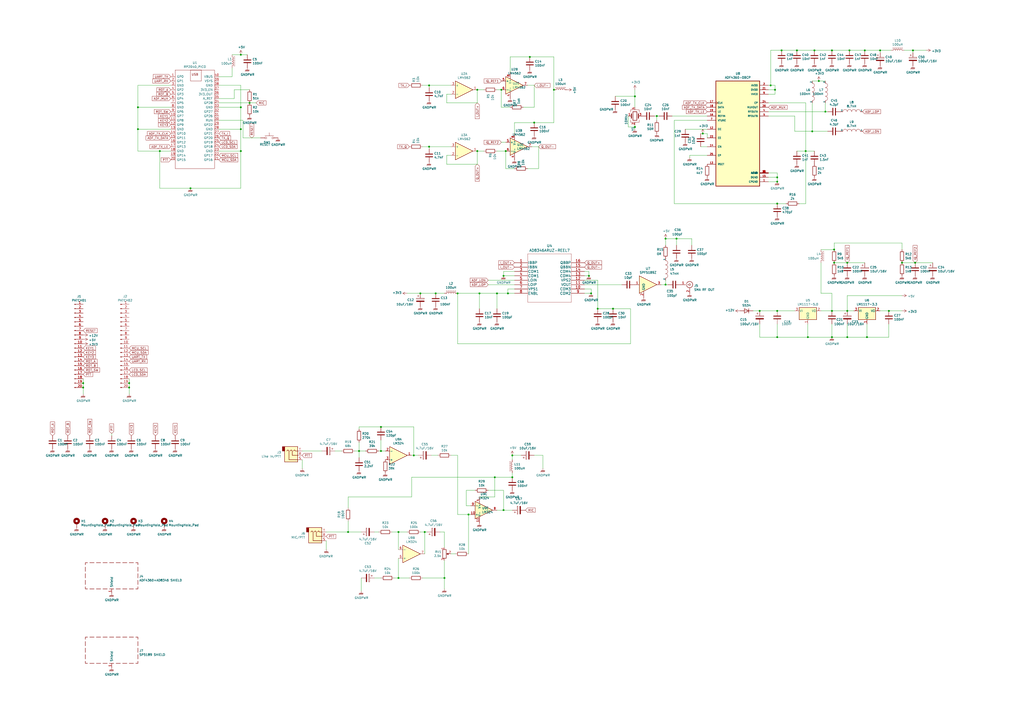
<source format=kicad_sch>
(kicad_sch (version 20231120) (generator "eeschema") (generator_version "8.0")
  (paper "A2")
  (title_block (title "N3B QO100 TX MODULE") (rev "V1.0") (company "OH2UDS - WB2CBA"))
  (junction (at 482.6 180.34))
  (junction (at 462.28 29.21))
  (junction (at 292.1 160.02))
  (junction (at 74.93 222.25))
  (junction (at 48.26 222.25))
  (junction (at 276.86 52.07))
  (junction (at 252.73 170.18))
  (junction (at 240.03 264.16))
  (junction (at 346.71 179.07))
  (junction (at 248.92 85.09))
  (junction (at 386.08 138.43))
  (junction (at 220.98 261.62))
  (junction (at 502.92 195.58))
  (junction (at 355.6 179.07))
  (junction (at 74.93 224.79))
  (junction (at 440.69 180.34))
  (junction (at 450.85 180.34))
  (junction (at 265.43 170.18))
  (junction (at 201.93 308.61))
  (junction (at 523.24 152.4))
  (junction (at 482.6 29.21))
  (junction (at 208.28 261.62))
  (junction (at 307.34 33.02))
  (junction (at 292.1 295.91))
  (junction (at 392.43 138.43))
  (junction (at 368.3 55.88))
  (junction (at 139.7 31.75))
  (junction (at 450.85 118.11))
  (junction (at 450.85 195.58))
  (junction (at 290.83 52.07))
  (junction (at 92.71 87.63))
  (junction (at 293.37 87.63))
  (junction (at 220.98 247.65))
  (junction (at 501.65 29.21))
  (junction (at 287.02 276.86))
  (junction (at 492.76 29.21))
  (junction (at 491.49 195.58))
  (junction (at 288.29 170.18))
  (junction (at 447.04 49.53))
  (junction (at 80.01 74.93))
  (junction (at 471.17 76.2))
  (junction (at 341.63 160.02))
  (junction (at 483.87 152.4))
  (junction (at 515.62 180.34))
  (junction (at 467.36 87.63))
  (junction (at 482.6 195.58))
  (junction (at 530.86 152.4))
  (junction (at 248.92 49.53))
  (junction (at 139.7 87.63))
  (junction (at 449.58 52.07))
  (junction (at 257.81 335.28))
  (junction (at 276.86 87.63))
  (junction (at 139.7 74.93))
  (junction (at 342.9 170.18))
  (junction (at 110.49 109.22))
  (junction (at 386.08 165.1))
  (junction (at 381 67.31))
  (junction (at 368.3 73.66))
  (junction (at 453.39 29.21))
  (junction (at 483.87 144.78))
  (junction (at 48.26 224.79))
  (junction (at 474.98 46.99))
  (junction (at 139.7 62.23))
  (junction (at 478.79 64.77))
  (junction (at 450.85 102.87))
  (junction (at 309.88 71.12))
  (junction (at 491.49 152.4))
  (junction (at 231.14 335.28))
  (junction (at 144.78 59.69))
  (junction (at 510.54 29.21))
  (junction (at 278.13 170.18))
  (junction (at 297.18 264.16))
  (junction (at 271.78 298.45))
  (junction (at 529.59 29.21))
  (junction (at 407.67 77.47))
  (junction (at 294.64 170.18))
  (junction (at 468.63 195.58))
  (junction (at 297.18 276.86))
  (junction (at 80.01 62.23))
  (junction (at 472.44 29.21))
  (junction (at 321.31 52.07))
  (junction (at 450.85 105.41))
  (junction (at 243.84 170.18))
  (junction (at 246.38 308.61))
  (junction (at 491.49 180.34))
  (junction (at 231.14 308.61))
  (wire (pts (xy 139.7 31.75) (xy 143.51 31.75)))
  (wire (pts (xy 259.08 90.17) (xy 259.08 95.25)))
  (wire (pts (xy 392.43 142.24) (xy 392.43 138.43)))
  (wire (pts (xy 278.13 288.29) (xy 287.02 288.29)))
  (wire (pts (xy 478.79 46.99) (xy 474.98 46.99)))
  (wire (pts (xy 392.43 138.43) (xy 401.32 138.43)))
  (wire (pts (xy 240.03 247.65) (xy 240.03 264.16)))
  (wire (pts (xy 346.71 162.56) (xy 346.71 179.07)))
  (wire (pts (xy 139.7 109.22) (xy 139.7 87.63)))
  (wire (pts (xy 238.76 288.29) (xy 201.93 288.29)))
  (wire (pts (xy 246.38 321.31) (xy 246.38 308.61)))
  (wire (pts (xy 302.26 264.16) (xy 297.18 264.16)))
  (wire (pts (xy 529.59 29.21) (xy 529.59 30.48)))
  (wire (pts (xy 474.98 46.99) (xy 471.17 46.99)))
  (wire (pts (xy 74.93 224.79) (xy 74.93 222.25)))
  (wire (pts (xy 298.45 77.47) (xy 298.45 71.12)))
  (wire (pts (xy 257.81 335.28) (xy 257.81 341.63)))
  (wire (pts (xy 139.7 87.63) (xy 139.7 74.93)))
  (wire (pts (xy 476.25 170.18) (xy 476.25 152.4)))
  (wire (pts (xy 449.58 54.61) (xy 449.58 52.07)))
  (wire (pts (xy 515.62 195.58) (xy 515.62 187.96)))
  (wire (pts (xy 127 62.23) (xy 139.7 62.23)))
  (wire (pts (xy 275.59 284.48) (xy 270.51 284.48)))
  (wire (pts (xy 341.63 157.48) (xy 341.63 160.02)))
  (wire (pts (xy 450.85 187.96) (xy 450.85 195.58)))
  (wire (pts (xy 255.27 308.61) (xy 257.81 308.61)))
  (wire (pts (xy 445.77 100.33) (xy 450.85 100.33)))
  (wire (pts (xy 309.88 49.53) (xy 306.07 49.53)))
  (wire (pts (xy 189.23 308.61) (xy 201.93 308.61)))
  (wire (pts (xy 134.62 31.75) (xy 139.7 31.75)))
  (wire (pts (xy 287.02 276.86) (xy 238.76 276.86)))
  (wire (pts (xy 209.55 335.28) (xy 209.55 342.9)))
  (wire (pts (xy 265.43 170.18) (xy 265.43 199.39)))
  (wire (pts (xy 144.78 59.69) (xy 148.59 59.69)))
  (wire (pts (xy 92.71 87.63) (xy 80.01 87.63)))
  (wire (pts (xy 231.14 308.61) (xy 236.22 308.61)))
  (wire (pts (xy 450.85 105.41) (xy 445.77 105.41)))
  (wire (pts (xy 293.37 87.63) (xy 293.37 97.79)))
  (wire (pts (xy 482.6 29.21) (xy 492.76 29.21)))
  (wire (pts (xy 259.08 59.69) (xy 276.86 59.69)))
  (wire (pts (xy 276.86 95.25) (xy 276.86 87.63)))
  (wire (pts (xy 440.69 195.58) (xy 450.85 195.58)))
  (wire (pts (xy 492.76 29.21) (xy 501.65 29.21)))
  (wire (pts (xy 312.42 85.09) (xy 308.61 85.09)))
  (wire (pts (xy 231.14 318.77) (xy 231.14 308.61)))
  (wire (pts (xy 80.01 49.53) (xy 99.06 49.53)))
  (wire (pts (xy 449.58 49.53) (xy 447.04 49.53)))
  (wire (pts (xy 208.28 256.54) (xy 208.28 261.62)))
  (wire (pts (xy 342.9 170.18) (xy 339.09 170.18)))
  (wire (pts (xy 278.13 170.18) (xy 265.43 170.18)))
  (wire (pts (xy 92.71 109.22) (xy 110.49 109.22)))
  (wire (pts (xy 287.02 288.29) (xy 287.02 276.86)))
  (wire (pts (xy 321.31 71.12) (xy 309.88 71.12)))
  (wire (pts (xy 92.71 87.63) (xy 92.71 109.22)))
  (wire (pts (xy 364.49 73.66) (xy 368.3 73.66)))
  (wire (pts (xy 455.93 118.11) (xy 450.85 118.11)))
  (wire (pts (xy 462.28 29.21) (xy 472.44 29.21)))
  (wire (pts (xy 288.29 52.07) (xy 290.83 52.07)))
  (wire (pts (xy 201.93 308.61) (xy 209.55 308.61)))
  (wire (pts (xy 248.92 86.36) (xy 248.92 85.09)))
  (wire (pts (xy 482.6 195.58) (xy 491.49 195.58)))
  (wire (pts (xy 219.71 261.62) (xy 220.98 261.62)))
  (wire (pts (xy 231.14 335.28) (xy 228.6 335.28)))
  (wire (pts (xy 450.85 180.34) (xy 461.01 180.34)))
  (wire (pts (xy 476.25 180.34) (xy 482.6 180.34)))
  (wire (pts (xy 400.05 90.17) (xy 400.05 91.44)))
  (wire (pts (xy 339.09 162.56) (xy 346.71 162.56)))
  (wire (pts (xy 127 44.45) (xy 134.62 44.45)))
  (wire (pts (xy 445.77 64.77) (xy 478.79 64.77)))
  (wire (pts (xy 201.93 302.26) (xy 201.93 308.61)))
  (wire (pts (xy 295.91 41.91) (xy 295.91 33.02)))
  (wire (pts (xy 64.77 251.46) (xy 64.77 252.73)))
  (wire (pts (xy 257.81 308.61) (xy 257.81 317.5)))
  (wire (pts (xy 491.49 187.96) (xy 491.49 195.58)))
  (wire (pts (xy 445.77 67.31) (xy 461.01 67.31)))
  (wire (pts (xy 467.36 118.11) (xy 463.55 118.11)))
  (wire (pts (xy 450.85 102.87) (xy 450.85 105.41)))
  (wire (pts (xy 288.29 179.07) (xy 288.29 170.18)))
  (wire (pts (xy 265.43 298.45) (xy 271.78 298.45)))
  (wire (pts (xy 257.81 335.28) (xy 245.11 335.28)))
  (wire (pts (xy 246.38 308.61) (xy 247.65 308.61)))
  (wire (pts (xy 491.49 195.58) (xy 502.92 195.58)))
  (wire (pts (xy 386.08 165.1) (xy 387.35 165.1)))
  (wire (pts (xy 298.45 71.12) (xy 309.88 71.12)))
  (wire (pts (xy 321.31 33.02) (xy 321.31 52.07)))
  (wire (pts (xy 288.29 295.91) (xy 292.1 295.91)))
  (wire (pts (xy 356.87 55.88) (xy 368.3 55.88)))
  (wire (pts (xy 48.26 224.79) (xy 48.26 228.6)))
  (wire (pts (xy 74.93 222.25) (xy 74.93 219.71)))
  (wire (pts (xy 290.83 62.23) (xy 295.91 62.23)))
  (wire (pts (xy 314.96 271.78) (xy 314.96 264.16)))
  (wire (pts (xy 386.08 162.56) (xy 386.08 165.1)))
  (wire (pts (xy 447.04 49.53) (xy 445.77 49.53)))
  (wire (pts (xy 523.24 171.45) (xy 491.49 171.45)))
  (wire (pts (xy 250.19 264.16) (xy 254 264.16)))
  (wire (pts (xy 445.77 102.87) (xy 450.85 102.87)))
  (wire (pts (xy 288.29 170.18) (xy 294.64 170.18)))
  (wire (pts (xy 208.28 261.62) (xy 212.09 261.62)))
  (wire (pts (xy 401.32 138.43) (xy 401.32 142.24)))
  (wire (pts (xy 217.17 308.61) (xy 219.71 308.61)))
  (wire (pts (xy 339.09 157.48) (xy 341.63 157.48)))
  (wire (pts (xy 231.14 323.85) (xy 231.14 335.28)))
  (wire (pts (xy 292.1 295.91) (xy 297.18 295.91)))
  (wire (pts (xy 467.36 87.63) (xy 462.28 87.63)))
  (wire (pts (xy 482.6 29.21) (xy 472.44 29.21)))
  (wire (pts (xy 410.21 80.01) (xy 410.21 77.47)))
  (wire (pts (xy 208.28 248.92) (xy 208.28 247.65)))
  (wire (pts (xy 391.16 69.85) (xy 410.21 69.85)))
  (wire (pts (xy 294.64 167.64) (xy 294.64 170.18)))
  (wire (pts (xy 312.42 97.79) (xy 312.42 85.09)))
  (wire (pts (xy 381 69.85) (xy 381 67.31)))
  (wire (pts (xy 491.49 171.45) (xy 491.49 180.34)))
  (wire (pts (xy 220.98 335.28) (xy 217.17 335.28)))
  (wire (pts (xy 261.62 54.61) (xy 259.08 54.61)))
  (wire (pts (xy 445.77 52.07) (xy 449.58 52.07)))
  (wire (pts (xy 407.67 77.47) (xy 406.4 77.47)))
  (wire (pts (xy 175.26 271.78) (xy 175.26 266.7)))
  (wire (pts (xy 368.3 72.39) (xy 368.3 73.66)))
  (wire (pts (xy 276.86 52.07) (xy 280.67 52.07)))
  (wire (pts (xy 261.62 90.17) (xy 259.08 90.17)))
  (wire (pts (xy 99.06 87.63) (xy 92.71 87.63)))
  (wire (pts (xy 510.54 29.21) (xy 516.89 29.21)))
  (wire (pts (xy 278.13 179.07) (xy 278.13 170.18)))
  (wire (pts (xy 447.04 29.21) (xy 453.39 29.21)))
  (wire (pts (xy 450.85 118.11) (xy 391.16 118.11)))
  (wire (pts (xy 140.97 80.01) (xy 151.13 80.01)))
  (wire (pts (xy 127 69.85) (xy 140.97 69.85)))
  (wire (pts (xy 290.83 62.23) (xy 290.83 52.07)))
  (wire (pts (xy 339.09 165.1) (xy 360.68 165.1)))
  (wire (pts (xy 297.18 264.16) (xy 297.18 266.7)))
  (wire (pts (xy 220.98 261.62) (xy 223.52 261.62)))
  (wire (pts (xy 468.63 187.96) (xy 468.63 195.58)))
  (wire (pts (xy 467.36 87.63) (xy 467.36 118.11)))
  (wire (pts (xy 74.93 228.6) (xy 74.93 224.79)))
  (wire (pts (xy 309.88 62.23) (xy 309.88 49.53)))
  (wire (pts (xy 341.63 160.02) (xy 339.09 160.02)))
  (wire (pts (xy 471.17 76.2) (xy 480.06 76.2)))
  (wire (pts (xy 140.97 69.85) (xy 140.97 80.01)))
  (wire (pts (xy 391.16 118.11) (xy 391.16 69.85)))
  (wire (pts (xy 259.08 54.61) (xy 259.08 59.69)))
  (wire (pts (xy 290.83 82.55) (xy 293.37 82.55)))
  (wire (pts (xy 238.76 276.86) (xy 238.76 288.29)))
  (wire (pts (xy 529.59 29.21) (xy 537.21 29.21)))
  (wire (pts (xy 48.26 219.71) (xy 48.26 222.25)))
  (wire (pts (xy 99.06 74.93) (xy 80.01 74.93)))
  (wire (pts (xy 365.76 179.07) (xy 355.6 179.07)))
  (wire (pts (xy 321.31 52.07) (xy 321.31 71.12)))
  (wire (pts (xy 293.37 97.79) (xy 298.45 97.79)))
  (wire (pts (xy 237.49 335.28) (xy 231.14 335.28)))
  (wire (pts (xy 530.86 152.4) (xy 541.02 152.4)))
  (wire (pts (xy 480.06 64.77) (xy 478.79 64.77)))
  (wire (pts (xy 510.54 29.21) (xy 510.54 30.48)))
  (wire (pts (xy 365.76 199.39) (xy 365.76 179.07)))
  (wire (pts (xy 502.92 195.58) (xy 515.62 195.58)))
  (wire (pts (xy 440.69 187.96) (xy 440.69 195.58)))
  (wire (pts (xy 99.06 62.23) (xy 80.01 62.23)))
  (wire (pts (xy 314.96 264.16) (xy 309.88 264.16)))
  (wire (pts (xy 381 67.31) (xy 379.73 67.31)))
  (wire (pts (xy 283.21 165.1) (xy 298.45 165.1)))
  (wire (pts (xy 298.45 157.48) (xy 292.1 157.48)))
  (wire (pts (xy 236.22 170.18) (xy 243.84 170.18)))
  (wire (pts (xy 482.6 180.34) (xy 491.49 180.34)))
  (wire (pts (xy 248.92 50.8) (xy 248.92 49.53)))
  (wire (pts (xy 245.11 85.09) (xy 248.92 85.09)))
  (wire (pts (xy 355.6 179.07) (xy 346.71 179.07)))
  (wire (pts (xy 243.84 170.18) (xy 252.73 170.18)))
  (wire (pts (xy 208.28 247.65) (xy 220.98 247.65)))
  (wire (pts (xy 186.69 261.62) (xy 175.26 261.62)))
  (wire (pts (xy 410.21 90.17) (xy 400.05 90.17)))
  (wire (pts (xy 478.79 59.69) (xy 478.79 64.77)))
  (wire (pts (xy 468.63 195.58) (xy 482.6 195.58)))
  (wire (pts (xy 238.76 264.16) (xy 240.03 264.16)))
  (wire (pts (xy 110.49 109.22) (xy 139.7 109.22)))
  (wire (pts (xy 445.77 54.61) (xy 449.58 54.61)))
  (wire (pts (xy 386.08 138.43) (xy 392.43 138.43)))
  (wire (pts (xy 467.36 59.69) (xy 467.36 87.63)))
  (wire (pts (xy 240.03 264.16) (xy 242.57 264.16)))
  (wire (pts (xy 208.28 265.43) (xy 208.28 261.62)))
  (wire (pts (xy 368.3 55.88) (xy 368.3 62.23)))
  (wire (pts (xy 491.49 152.4) (xy 501.65 152.4)))
  (wire (pts (xy 386.08 142.24) (xy 386.08 138.43)))
  (wire (pts (xy 483.87 152.4) (xy 491.49 152.4)))
  (wire (pts (xy 276.86 59.69) (xy 276.86 52.07)))
  (wire (pts (xy 134.62 44.45) (xy 134.62 39.37)))
  (wire (pts (xy 220.98 247.65) (xy 240.03 247.65)))
  (wire (pts (xy 283.21 284.48) (xy 292.1 284.48)))
  (wire (pts (xy 243.84 308.61) (xy 246.38 308.61)))
  (wire (pts (xy 450.85 100.33) (xy 450.85 102.87)))
  (wire (pts (xy 252.73 170.18) (xy 257.81 170.18)))
  (wire (pts (xy 283.21 162.56) (xy 298.45 162.56)))
  (wire (pts (xy 364.49 67.31) (xy 364.49 73.66)))
  (wire (pts (xy 389.89 67.31) (xy 410.21 67.31)))
  (wire (pts (xy 189.23 318.77) (xy 189.23 313.69)))
  (wire (pts (xy 471.17 59.69) (xy 471.17 76.2)))
  (wire (pts (xy 127 87.63) (xy 139.7 87.63)))
  (wire (pts (xy 483.87 140.97) (xy 523.24 140.97)))
  (wire (pts (xy 205.74 261.62) (xy 208.28 261.62)))
  (wire (pts (xy 265.43 264.16) (xy 265.43 298.45)))
  (wire (pts (xy 472.44 87.63) (xy 467.36 87.63)))
  (wire (pts (xy 440.69 180.34) (xy 450.85 180.34)))
  (wire (pts (xy 461.01 67.31) (xy 461.01 76.2)))
  (wire (pts (xy 245.11 49.53) (xy 248.92 49.53)))
  (wire (pts (xy 436.88 180.34) (xy 440.69 180.34)))
  (wire (pts (xy 523.24 140.97) (xy 523.24 144.78)))
  (wire (pts (xy 201.93 288.29) (xy 201.93 294.64)))
  (wire (pts (xy 292.1 157.48) (xy 292.1 160.02)))
  (wire (pts (xy 270.51 284.48) (xy 270.51 293.37)))
  (wire (pts (xy 491.49 180.34) (xy 495.3 180.34)))
  (wire (pts (xy 261.62 264.16) (xy 265.43 264.16)))
  (wire (pts (xy 368.3 73.66) (xy 368.3 74.93)))
  (wire (pts (xy 139.7 49.53) (xy 139.7 62.23)))
  (wire (pts (xy 127 57.15) (xy 135.89 57.15)))
  (wire (pts (xy 80.01 87.63) (xy 80.01 74.93)))
  (wire (pts (xy 306.07 97.79) (xy 312.42 97.79)))
  (wire (pts (xy 298.45 167.64) (xy 294.64 167.64)))
  (wire (pts (xy 287.02 276.86) (xy 297.18 276.86)))
  (wire (pts (xy 248.92 85.09) (xy 261.62 85.09)))
  (wire (pts (xy 220.98 255.27) (xy 220.98 261.62)))
  (wire (pts (xy 271.78 321.31) (xy 271.78 298.45)))
  (wire (pts (xy 295.91 33.02) (xy 307.34 33.02)))
  (wire (pts (xy 368.3 52.07) (xy 368.3 55.88)))
  (wire (pts (xy 292.1 160.02) (xy 298.45 160.02)))
  (wire (pts (xy 139.7 62.23) (xy 139.7 74.93)))
  (wire (pts (xy 278.13 170.18) (xy 288.29 170.18)))
  (wire (pts (xy 406.4 85.09) (xy 410.21 85.09)))
  (wire (pts (xy 127 74.93) (xy 139.7 74.93)))
  (wire (pts (xy 482.6 170.18) (xy 476.25 170.18)))
  (wire (pts (xy 383.54 165.1) (xy 386.08 165.1)))
  (wire (pts (xy 453.39 29.21) (xy 462.28 29.21)))
  (wire (pts (xy 292.1 284.48) (xy 292.1 295.91)))
  (wire (pts (xy 276.86 87.63) (xy 280.67 87.63)))
  (wire (pts (xy 127 59.69) (xy 144.78 59.69)))
  (wire (pts (xy 270.51 293.37) (xy 273.05 293.37)))
  (wire (pts (xy 501.65 29.21) (xy 510.54 29.21)))
  (wire (pts (xy 449.58 52.07) (xy 449.58 49.53)))
  (wire (pts (xy 135.89 57.15) (xy 135.89 52.07)))
  (wire (pts (xy 261.62 321.31) (xy 264.16 321.31)))
  (wire (pts (xy 524.51 29.21) (xy 529.59 29.21)))
  (wire (pts (xy 80.01 74.93) (xy 80.01 62.23)))
  (wire (pts (xy 257.81 325.12) (xy 257.81 335.28)))
  (wire (pts (xy 307.34 33.02) (xy 321.31 33.02)))
  (wire (pts (xy 294.64 170.18) (xy 298.45 170.18)))
  (wire (pts (xy 227.33 308.61) (xy 231.14 308.61)))
  (wire (pts (xy 397.51 74.93) (xy 410.21 74.93)))
  (wire (pts (xy 382.27 67.31) (xy 381 67.31)))
  (wire (pts (xy 80.01 62.23) (xy 80.01 49.53)))
  (wire (pts (xy 248.92 49.53) (xy 261.62 49.53)))
  (wire (pts (xy 461.01 76.2) (xy 471.17 76.2)))
  (wire (pts (xy 523.24 152.4) (xy 530.86 152.4)))
  (wire (pts (xy 445.77 59.69) (xy 467.36 59.69)))
  (wire (pts (xy 194.31 261.62) (xy 198.12 261.62)))
  (wire (pts (xy 288.29 87.63) (xy 293.37 87.63)))
  (wire (pts (xy 510.54 180.34) (xy 515.62 180.34)))
  (wire (pts (xy 271.78 298.45) (xy 273.05 298.45)))
  (wire (pts (xy 127 49.53) (xy 139.7 49.53)))
  (wire (pts (xy 483.87 144.78) (xy 476.25 144.78)))
  (wire (pts (xy 48.26 224.79) (xy 48.26 222.25)))
  (wire (pts (xy 303.53 62.23) (xy 309.88 62.23)))
  (wire (pts (xy 482.6 187.96) (xy 482.6 195.58)))
  (wire (pts (xy 339.09 167.64) (xy 342.9 167.64)))
  (wire (pts (xy 297.18 274.32) (xy 297.18 276.86)))
  (wire (pts (xy 135.89 52.07) (xy 144.78 52.07)))
  (wire (pts (xy 410.21 77.47) (xy 407.67 77.47)))
  (wire (pts (xy 515.62 180.34) (xy 523.24 180.34)))
  (wire (pts (xy 483.87 144.78) (xy 483.87 140.97)))
  (wire (pts (xy 450.85 195.58) (xy 468.63 195.58)))
  (wire (pts (xy 342.9 167.64) (xy 342.9 170.18)))
  (wire (pts (xy 482.6 180.34) (xy 482.6 170.18)))
  (wire (pts (xy 447.04 49.53) (xy 447.04 29.21)))
  (wire (pts (xy 259.08 95.25) (xy 276.86 95.25)))
  (wire (pts (xy 265.43 199.39) (xy 365.76 199.39)))
  (wire (pts (xy 502.92 187.96) (xy 502.92 195.58)))
  (global_label "IQ_REF2" (shape input) (at 290.83 82.55 180) (property "Intersheetrefs" "${INTERSHEET_REFS}" (effects (hide yes))))
  (global_label "ADF_MUX" (shape input) (at 445.77 62.23 0) (property "Intersheetrefs" "${INTERSHEET_REFS}" (effects (hide yes))))
  (global_label "RESET" (shape input) (at 48.26 191.77 0) (property "Intersheetrefs" "${INTERSHEET_REFS}" (effects (hide yes))))
  (global_label "Q_OUT-" (shape input) (at 339.09 154.94 0) (property "Intersheetrefs" "${INTERSHEET_REFS}" (effects (hide yes))))
  (global_label "UART_TX" (shape input) (at 74.93 207.01 0) (property "Intersheetrefs" "${INTERSHEET_REFS}" (effects (hide yes))))
  (global_label "TX_Q" (shape input) (at 127 80.01 0) (property "Intersheetrefs" "${INTERSHEET_REFS}" (effects (hide yes))))
  (global_label "PTT" (shape input) (at 48.26 217.17 0) (property "Intersheetrefs" "${INTERSHEET_REFS}" (effects (hide yes))))
  (global_label "ADF_TX_LE" (shape input) (at 99.06 85.09 180) (property "Intersheetrefs" "${INTERSHEET_REFS}" (effects (hide yes))))
  (global_label "Q_OUT+" (shape input) (at 339.09 152.4 0) (property "Intersheetrefs" "${INTERSHEET_REFS}" (effects (hide yes))))
  (global_label "RESET" (shape input) (at 146.05 80.01 90) (property "Intersheetrefs" "${INTERSHEET_REFS}" (effects (hide yes))))
  (global_label "ADF_LOP" (shape input) (at 500.38 64.77 0) (property "Intersheetrefs" "${INTERSHEET_REFS}" (effects (hide yes))))
  (global_label "I_OUT+" (shape input) (at 276.86 59.69 270) (property "Intersheetrefs" "${INTERSHEET_REFS}" (effects (hide yes))))
  (global_label "KEY2" (shape input) (at 48.26 204.47 0) (property "Intersheetrefs" "${INTERSHEET_REFS}" (effects (hide yes))))
  (global_label "KEY1" (shape input) (at 99.06 67.31 180) (property "Intersheetrefs" "${INTERSHEET_REFS}" (effects (hide yes))))
  (global_label "KEY2" (shape input) (at 90.17 252.73 90) (property "Intersheetrefs" "${INTERSHEET_REFS}" (effects (hide yes))))
  (global_label "TX_I" (shape input) (at 127 77.47 0) (property "Intersheetrefs" "${INTERSHEET_REFS}" (effects (hide yes))))
  (global_label "KEY2" (shape input) (at 99.06 69.85 180) (property "Intersheetrefs" "${INTERSHEET_REFS}" (effects (hide yes))))
  (global_label "ADF_MUX" (shape input) (at 99.06 57.15 180) (property "Intersheetrefs" "${INTERSHEET_REFS}" (effects (hide yes))))
  (global_label "KEY3" (shape input) (at 76.2 252.73 90) (property "Intersheetrefs" "${INTERSHEET_REFS}" (effects (hide yes))))
  (global_label "PTT" (shape input) (at 64.77 251.46 90) (property "Intersheetrefs" "${INTERSHEET_REFS}" (effects (hide yes))))
  (global_label "ADF_TX_DATA" (shape input) (at 410.21 62.23 180) (property "Intersheetrefs" "${INTERSHEET_REFS}" (effects (hide yes))))
  (global_label "LCD_SCL" (shape input) (at 127 82.55 0) (property "Intersheetrefs" "${INTERSHEET_REFS}" (effects (hide yes))))
  (global_label "MIC" (shape input) (at 304.8 295.91 0) (property "Intersheetrefs" "${INTERSHEET_REFS}" (effects (hide yes))))
  (global_label "PTT" (shape input) (at 99.06 92.71 180) (property "Intersheetrefs" "${INTERSHEET_REFS}" (effects (hide yes))))
  (global_label "TX_I" (shape input) (at 237.49 49.53 180) (property "Intersheetrefs" "${INTERSHEET_REFS}" (effects (hide yes))))
  (global_label "ADF_TX_DATA" (shape input) (at 99.06 80.01 180) (property "Intersheetrefs" "${INTERSHEET_REFS}" (effects (hide yes))))
  (global_label "ADF_TX_CLK" (shape input) (at 99.06 77.47 180) (property "Intersheetrefs" "${INTERSHEET_REFS}" (effects (hide yes))))
  (global_label "UART_RX" (shape input) (at 74.93 209.55 0) (property "Intersheetrefs" "${INTERSHEET_REFS}" (effects (hide yes))))
  (global_label "MCU_SCL" (shape input) (at 74.93 201.93 0) (property "Intersheetrefs" "${INTERSHEET_REFS}" (effects (hide yes))))
  (global_label "Q_OUT-" (shape input) (at 312.42 85.09 0) (property "Intersheetrefs" "${INTERSHEET_REFS}" (effects (hide yes))))
  (global_label "MCU_SDA" (shape input) (at 127 92.71 0) (property "Intersheetrefs" "${INTERSHEET_REFS}" (effects (hide yes))))
  (global_label "MCU_SCL" (shape input) (at 127 90.17 0) (property "Intersheetrefs" "${INTERSHEET_REFS}" (effects (hide yes))))
  (global_label "MCU_SDA" (shape input) (at 74.93 204.47 0) (property "Intersheetrefs" "${INTERSHEET_REFS}" (effects (hide yes))))
  (global_label "KEY3" (shape input) (at 99.06 72.39 180) (property "Intersheetrefs" "${INTERSHEET_REFS}" (effects (hide yes))))
  (global_label "KEY1" (shape input) (at 101.6 252.73 90) (property "Intersheetrefs" "${INTERSHEET_REFS}" (effects (hide yes))))
  (global_label "ROT_SW" (shape input) (at 48.26 214.63 0) (property "Intersheetrefs" "${INTERSHEET_REFS}" (effects (hide yes))))
  (global_label "LCD_SCL" (shape input) (at 74.93 214.63 0) (property "Intersheetrefs" "${INTERSHEET_REFS}" (effects (hide yes))))
  (global_label "LCD_SDA" (shape input) (at 127 85.09 0) (property "Intersheetrefs" "${INTERSHEET_REFS}" (effects (hide yes))))
  (global_label "I_OUT+" (shape input) (at 298.45 152.4 180) (property "Intersheetrefs" "${INTERSHEET_REFS}" (effects (hide yes))))
  (global_label "I_OUT-" (shape input) (at 298.45 154.94 180) (property "Intersheetrefs" "${INTERSHEET_REFS}" (effects (hide yes))))
  (global_label "IQ_REF1" (shape input) (at 290.83 46.99 180) (property "Intersheetrefs" "${INTERSHEET_REFS}" (effects (hide yes))))
  (global_label "ADF_TX_LE" (shape input) (at 410.21 64.77 180) (property "Intersheetrefs" "${INTERSHEET_REFS}" (effects (hide yes))))
  (global_label "ADF_TX_CLK" (shape input) (at 410.21 59.69 180) (property "Intersheetrefs" "${INTERSHEET_REFS}" (effects (hide yes))))
  (global_label "ROT_SW" (shape input) (at 52.07 252.73 90) (property "Intersheetrefs" "${INTERSHEET_REFS}" (effects (hide yes))))
  (global_label "I_OUT-" (shape input) (at 309.88 49.53 0) (property "Intersheetrefs" "${INTERSHEET_REFS}" (effects (hide yes))))
  (global_label "ROT_B" (shape input) (at 48.26 212.09 0) (property "Intersheetrefs" "${INTERSHEET_REFS}" (effects (hide yes))))
  (global_label "ROT_B" (shape input) (at 39.37 252.73 90) (property "Intersheetrefs" "${INTERSHEET_REFS}" (effects (hide yes))))
  (global_label "ROT_A" (shape input) (at 48.26 209.55 0) (property "Intersheetrefs" "${INTERSHEET_REFS}" (effects (hide yes))))
  (global_label "ADF_LON" (shape input) (at 500.38 76.2 0) (property "Intersheetrefs" "${INTERSHEET_REFS}" (effects (hide yes))))
  (global_label "KEY1" (shape input) (at 48.26 201.93 0) (property "Intersheetrefs" "${INTERSHEET_REFS}" (effects (hide yes))))
  (global_label "ROT_A" (shape input) (at 99.06 52.07 180) (property "Intersheetrefs" "${INTERSHEET_REFS}" (effects (hide yes))))
  (global_label "ROT_SW" (shape input) (at 99.06 64.77 180) (property "Intersheetrefs" "${INTERSHEET_REFS}" (effects (hide yes))))
  (global_label "IQ_REF2" (shape input) (at 530.86 152.4 90) (property "Intersheetrefs" "${INTERSHEET_REFS}" (effects (hide yes))))
  (global_label "MIC" (shape input) (at 148.59 59.69 0) (property "Intersheetrefs" "${INTERSHEET_REFS}" (effects (hide yes))))
  (global_label "TX_Q" (shape input) (at 237.49 85.09 180) (property "Intersheetrefs" "${INTERSHEET_REFS}" (effects (hide yes))))
  (global_label "Q_OUT+" (shape input) (at 276.86 95.25 270) (property "Intersheetrefs" "${INTERSHEET_REFS}" (effects (hide yes))))
  (global_label "PTT" (shape input) (at 175.26 264.16 0) (property "Intersheetrefs" "${INTERSHEET_REFS}" (effects (hide yes))))
  (global_label "KEY3" (shape input) (at 48.26 207.01 0) (property "Intersheetrefs" "${INTERSHEET_REFS}" (effects (hide yes))))
  (global_label "ROT_A" (shape input) (at 30.48 252.73 90) (property "Intersheetrefs" "${INTERSHEET_REFS}" (effects (hide yes))))
  (global_label "ADF_LON" (shape input) (at 283.21 162.56 180) (property "Intersheetrefs" "${INTERSHEET_REFS}" (effects (hide yes))))
  (global_label "ADF_LOP" (shape input) (at 283.21 165.1 180) (property "Intersheetrefs" "${INTERSHEET_REFS}" (effects (hide yes))))
  (global_label "UART_TX" (shape input) (at 99.06 44.45 180) (property "Intersheetrefs" "${INTERSHEET_REFS}" (effects (hide yes))))
  (global_label "ROT_B" (shape input) (at 99.06 54.61 180) (property "Intersheetrefs" "${INTERSHEET_REFS}" (effects (hide yes))))
  (global_label "LCD_SDA" (shape input) (at 74.93 217.17 0) (property "Intersheetrefs" "${INTERSHEET_REFS}" (effects (hide yes))))
  (global_label "UART_RX" (shape input) (at 99.06 46.99 180) (property "Intersheetrefs" "${INTERSHEET_REFS}" (effects (hide yes))))
  (global_label "PTT" (shape input) (at 189.23 311.15 0) (property "Intersheetrefs" "${INTERSHEET_REFS}" (effects (hide yes))))
  (global_label "IQ_REF1" (shape input) (at 491.49 152.4 90) (property "Intersheetrefs" "${INTERSHEET_REFS}" (effects (hide yes))))
  (symbol (lib_id "QO100_TX-rescue:RP2040_PICO-RP2040") (at 115.57 58.42 0) (unit 1)
    (property "Reference" "U1" (at 113.03 36.449 0))
    (property "Value" "RP2040_PICO" (at 113.03 38.7604 0))
    (property "Footprint" "RP2040_PICO:RPI2040_PICO_SMD" (effects (hide yes)))
  )
  (symbol (lib_id "QO100_TX-rescue:AD8346ARUZ-REEL7-AD8346") (at 298.45 152.4 0) (unit 1)
    (property "Reference" "U4" (at 318.77 142.5702 0) (effects (font (size 1.524 1.524))))
    (property "Value" "AD8346ARUZ-REEL7" (at 318.77 145.2626 0) (effects (font (size 1.524 1.524))))
    (property "Footprint" "AD8346ARUZ:AD8346SEDA" (effects (hide yes)))
  )
  (symbol (lib_id "Amplifier_Operational:LM4562") (at 269.24 52.07 0) (unit 1)
    (property "Reference" "U2" (at 269.24 42.7482 0))
    (property "Value" "LM4562" (at 269.24 45.0596 0))
    (property "Footprint" "Package_SO:SOIC-8_3.9x4.9mm_P1.27mm" (effects (hide yes)))
    (property "Datasheet" "http://www.ti.com/lit/ds/symlink/lm4562.pdf" (effects (hide yes)))
  )
  (symbol (lib_id "Amplifier_Operational:LM4562") (at 298.45 49.53 0) (unit 2)
    (property "Reference" "U2" (at 298.45 40.2082 0))
    (property "Value" "LM4562" (at 298.45 42.5196 0))
    (property "Footprint" "Package_SO:SOIC-8_3.9x4.9mm_P1.27mm" (effects (hide yes)))
    (property "Datasheet" "http://www.ti.com/lit/ds/symlink/lm4562.pdf" (effects (hide yes)))
  )
  (symbol (lib_id "QO100_TX-rescue:LM1117-5.0-Regulator_Linear") (at 468.63 180.34 0) (unit 1)
    (property "Reference" "U5" (at 468.63 174.1932 0))
    (property "Value" "LM1117-5.0" (at 468.63 176.5046 0))
    (property "Footprint" "Package_TO_SOT_SMD:SOT-223-3_TabPin2" (effects (hide yes)))
    (property "Datasheet" "http://www.ti.com/lit/ds/symlink/lm1117.pdf" (effects (hide yes)))
  )
  (symbol (lib_id "QO100_TX-rescue:LM1117-3.3-Regulator_Linear") (at 502.92 180.34 0) (unit 1)
    (property "Reference" "U6" (at 502.92 174.1932 0))
    (property "Value" "LM1117-3.3" (at 502.92 176.5046 0))
    (property "Footprint" "Package_TO_SOT_SMD:SOT-223-3_TabPin2" (effects (hide yes)))
    (property "Datasheet" "http://www.ti.com/lit/ds/symlink/lm1117.pdf" (effects (hide yes)))
  )
  (symbol (lib_id "RF_Amplifier:SPF5189Z") (at 375.92 165.1 0) (unit 1)
    (property "Reference" "U7" (at 375.92 155.7782 0))
    (property "Value" "SPF5189Z" (at 375.92 158.0896 0))
    (property "Footprint" "Package_TO_SOT_SMD:SOT-89-3" (effects (hide yes)))
    (property "Datasheet" "www.qorvo.com/products/d/da001910" (effects (hide yes)))
  )
  (symbol (lib_id "Device:C") (at 30.48 256.54 0) (unit 1)
    (property "Reference" "C1" (at 33.401 255.3716 0) (effects (justify left)))
    (property "Value" "100nF" (at 33.401 257.683 0) (effects (justify left)))
    (property "Footprint" "Capacitor_SMD:C_0805_2012Metric" (effects (hide yes)))
  )
  (symbol (lib_id "Device:C") (at 39.37 256.54 0) (unit 1)
    (property "Reference" "C2" (at 42.291 255.3716 0) (effects (justify left)))
    (property "Value" "100nF" (at 42.291 257.683 0) (effects (justify left)))
    (property "Footprint" "Capacitor_SMD:C_0805_2012Metric" (effects (hide yes)))
  )
  (symbol (lib_id "QO100_TX-rescue:GNDPWR-power") (at 30.48 260.35 0) (unit 1)
    (property "Reference" "#PWR0101" (effects (hide yes)))
    (property "Value" "GNDPWR" (at 30.5816 264.2616 0))
  )
  (symbol (lib_id "Device:C") (at 101.6 256.54 0) (unit 1)
    (property "Reference" "C9" (at 104.521 255.3716 0) (effects (justify left)))
    (property "Value" "100nF" (at 104.521 257.683 0) (effects (justify left)))
    (property "Footprint" "Capacitor_SMD:C_0805_2012Metric" (effects (hide yes)))
  )
  (symbol (lib_id "Device:C") (at 90.17 256.54 0) (unit 1)
    (property "Reference" "C8" (at 93.091 255.3716 0) (effects (justify left)))
    (property "Value" "100nF" (at 93.091 257.683 0) (effects (justify left)))
    (property "Footprint" "Capacitor_SMD:C_0805_2012Metric" (effects (hide yes)))
  )
  (symbol (lib_id "Device:C") (at 76.2 256.54 0) (unit 1)
    (property "Reference" "C6" (at 79.121 255.3716 0) (effects (justify left)))
    (property "Value" "100nF" (at 79.121 257.683 0) (effects (justify left)))
    (property "Footprint" "Capacitor_SMD:C_0805_2012Metric" (effects (hide yes)))
  )
  (symbol (lib_id "Device:C") (at 64.77 256.54 0) (unit 1)
    (property "Reference" "C4" (at 67.691 255.3716 0) (effects (justify left)))
    (property "Value" "100nF" (at 67.691 257.683 0) (effects (justify left)))
    (property "Footprint" "Capacitor_SMD:C_0805_2012Metric" (effects (hide yes)))
  )
  (symbol (lib_id "QO100_TX-rescue:GNDPWR-power") (at 64.77 260.35 0) (unit 1)
    (property "Reference" "#PWR0102" (effects (hide yes)))
    (property "Value" "GNDPWR" (at 64.8716 264.2616 0))
  )
  (symbol (lib_id "QO100_TX-rescue:GNDPWR-power") (at 76.2 260.35 0) (unit 1)
    (property "Reference" "#PWR0103" (effects (hide yes)))
    (property "Value" "GNDPWR" (at 76.3016 264.2616 0))
  )
  (symbol (lib_id "QO100_TX-rescue:GNDPWR-power") (at 90.17 260.35 0) (unit 1)
    (property "Reference" "#PWR0104" (effects (hide yes)))
    (property "Value" "GNDPWR" (at 90.2716 264.2616 0))
  )
  (symbol (lib_id "QO100_TX-rescue:GNDPWR-power") (at 101.6 260.35 0) (unit 1)
    (property "Reference" "#PWR0105" (effects (hide yes)))
    (property "Value" "GNDPWR" (at 101.7016 264.2616 0))
  )
  (symbol (lib_id "Device:C") (at 52.07 256.54 0) (unit 1)
    (property "Reference" "C3" (at 54.991 255.3716 0) (effects (justify left)))
    (property "Value" "100nF" (at 54.991 257.683 0) (effects (justify left)))
    (property "Footprint" "Capacitor_SMD:C_0805_2012Metric" (effects (hide yes)))
  )
  (symbol (lib_id "QO100_TX-rescue:GNDPWR-power") (at 482.6 195.58 0) (unit 1)
    (property "Reference" "#PWR0131" (effects (hide yes)))
    (property "Value" "GNDPWR" (at 482.7016 199.4916 0))
  )
  (symbol (lib_id "QO100_TX-rescue:CP-Device") (at 440.69 184.15 0) (unit 1)
    (property "Reference" "C15" (at 429.26 185.42 0) (effects (justify left)))
    (property "Value" "100uF/16V" (at 429.26 187.96 0) (effects (justify left)))
    (property "Footprint" "Capacitor_SMD:CP_Elec_6.3x7.7" (effects (hide yes)))
  )
  (symbol (lib_id "Device:C") (at 450.85 184.15 0) (unit 1)
    (property "Reference" "C18" (at 454.66 186.69 0) (effects (justify left)))
    (property "Value" "100nF" (at 453.39 187.96 0) (effects (justify left)))
    (property "Footprint" "Capacitor_SMD:C_0805_2012Metric" (effects (hide yes)))
  )
  (symbol (lib_id "QO100_TX-rescue:+12V-power") (at 429.26 180.34 90) (unit 1)
    (property "Reference" "#PWR0173" (effects (hide yes)))
    (property "Value" "+12V" (at 426.0088 179.959 90) (effects (justify left)))
  )
  (symbol (lib_id "Device:C") (at 482.6 184.15 0) (unit 1)
    (property "Reference" "C21" (at 485.14 185.42 0) (effects (justify left)))
    (property "Value" "100nF" (at 483.87 187.96 0) (effects (justify left)))
    (property "Footprint" "Capacitor_SMD:C_0805_2012Metric" (effects (hide yes)))
  )
  (symbol (lib_id "QO100_TX-rescue:CP-Device") (at 491.49 184.15 0) (unit 1)
    (property "Reference" "C23" (at 494.03 186.69 0) (effects (justify left)))
    (property "Value" "10uF/16V" (at 491.49 187.96 0) (effects (justify left)))
    (property "Footprint" "Capacitor_SMD:CP_Elec_4x5.4" (effects (hide yes)))
  )
  (symbol (lib_id "QO100_TX-rescue:GNDPWR-power") (at 400.05 91.44 0) (unit 1)
    (property "Reference" "#PWR0170" (effects (hide yes)))
    (property "Value" "GNDPWR" (at 400.1516 95.3516 0))
  )
  (symbol (lib_id "Device:C") (at 515.62 184.15 0) (unit 1)
    (property "Reference" "C27" (at 518.541 182.9816 0) (effects (justify left)))
    (property "Value" "100nF" (at 518.541 185.293 0) (effects (justify left)))
    (property "Footprint" "Capacitor_SMD:C_0805_2012Metric" (effects (hide yes)))
  )
  (symbol (lib_id "Device:Crystal_GND24") (at 368.3 67.31 0) (mirror x) (unit 1)
    (property "Reference" "Y1" (at 367.1316 73.5076 90) (effects (justify left)))
    (property "Value" "10Mhz" (at 363.22 66.04 90) (effects (justify left)))
    (property "Footprint" "Crystal:Crystal_SMD_SeikoEpson_FA238V-4Pin_3.2x2.5mm" (effects (hide yes)))
  )
  (symbol (lib_id "QO100_TX-rescue:GNDPWR-power") (at 368.3 74.93 0) (unit 1)
    (property "Reference" "#PWR0149" (effects (hide yes)))
    (property "Value" "GNDPWR" (at 368.4016 78.8416 0))
  )
  (symbol (lib_id "Device:R") (at 483.87 156.21 0) (unit 1)
    (property "Reference" "R10" (at 485.648 155.0416 0) (effects (justify left)))
    (property "Value" "1k8" (at 485.648 157.353 0) (effects (justify left)))
    (property "Footprint" "Resistor_SMD:R_0805_2012Metric" (effects (hide yes)))
  )
  (symbol (lib_id "Device:R") (at 483.87 148.59 0) (unit 1)
    (property "Reference" "R9" (at 485.648 147.4216 0) (effects (justify left)))
    (property "Value" "5k6" (at 485.648 149.733 0) (effects (justify left)))
    (property "Footprint" "Resistor_SMD:R_0805_2012Metric" (effects (hide yes)))
  )
  (symbol (lib_id "Device:C") (at 491.49 156.21 0) (unit 1)
    (property "Reference" "C22" (at 494.411 155.0416 0) (effects (justify left)))
    (property "Value" "100nF" (at 494.411 157.353 0) (effects (justify left)))
    (property "Footprint" "Capacitor_SMD:C_0805_2012Metric" (effects (hide yes)))
  )
  (symbol (lib_id "QO100_TX-rescue:CP-Device") (at 501.65 156.21 0) (unit 1)
    (property "Reference" "C25" (at 504.6472 155.0416 0) (effects (justify left)))
    (property "Value" "10uF/16V" (at 504.6472 157.353 0) (effects (justify left)))
    (property "Footprint" "Capacitor_SMD:CP_Elec_4x5.4" (effects (hide yes)))
  )
  (symbol (lib_id "QO100_TX-rescue:GNDPWR-power") (at 483.87 160.02 0) (unit 1)
    (property "Reference" "#PWR0106" (effects (hide yes)))
    (property "Value" "GNDPWR" (at 483.9716 163.9316 0))
  )
  (symbol (lib_id "QO100_TX-rescue:GNDPWR-power") (at 491.49 160.02 0) (unit 1)
    (property "Reference" "#PWR0107" (effects (hide yes)))
    (property "Value" "GNDPWR" (at 491.5916 163.9316 0))
  )
  (symbol (lib_id "QO100_TX-rescue:GNDPWR-power") (at 501.65 160.02 0) (unit 1)
    (property "Reference" "#PWR0108" (effects (hide yes)))
    (property "Value" "GNDPWR" (at 501.7516 163.9316 0))
  )
  (symbol (lib_id "Device:R") (at 523.24 156.21 0) (unit 1)
    (property "Reference" "R13" (at 525.018 155.0416 0) (effects (justify left)))
    (property "Value" "1k8" (at 525.018 157.353 0) (effects (justify left)))
    (property "Footprint" "Resistor_SMD:R_0805_2012Metric" (effects (hide yes)))
  )
  (symbol (lib_id "Device:R") (at 523.24 148.59 0) (unit 1)
    (property "Reference" "R12" (at 525.018 147.4216 0) (effects (justify left)))
    (property "Value" "5k6" (at 525.018 149.733 0) (effects (justify left)))
    (property "Footprint" "Resistor_SMD:R_0805_2012Metric" (effects (hide yes)))
  )
  (symbol (lib_id "Device:C") (at 530.86 156.21 0) (unit 1)
    (property "Reference" "C32" (at 533.781 155.0416 0) (effects (justify left)))
    (property "Value" "100nF" (at 533.781 157.353 0) (effects (justify left)))
    (property "Footprint" "Capacitor_SMD:C_0805_2012Metric" (effects (hide yes)))
  )
  (symbol (lib_id "QO100_TX-rescue:CP-Device") (at 541.02 156.21 0) (unit 1)
    (property "Reference" "C34" (at 544.0172 155.0416 0) (effects (justify left)))
    (property "Value" "10uF/16V" (at 544.0172 157.353 0) (effects (justify left)))
    (property "Footprint" "Capacitor_SMD:CP_Elec_4x5.4" (effects (hide yes)))
  )
  (symbol (lib_id "QO100_TX-rescue:GNDPWR-power") (at 523.24 160.02 0) (unit 1)
    (property "Reference" "#PWR0109" (effects (hide yes)))
    (property "Value" "GNDPWR" (at 523.3416 163.9316 0))
  )
  (symbol (lib_id "QO100_TX-rescue:GNDPWR-power") (at 530.86 160.02 0) (unit 1)
    (property "Reference" "#PWR0110" (effects (hide yes)))
    (property "Value" "GNDPWR" (at 530.9616 163.9316 0))
  )
  (symbol (lib_id "QO100_TX-rescue:GNDPWR-power") (at 541.02 160.02 0) (unit 1)
    (property "Reference" "#PWR0111" (effects (hide yes)))
    (property "Value" "GNDPWR" (at 541.1216 163.9316 0))
  )
  (symbol (lib_id "QO100_TX-rescue:+3.3V-power") (at 523.24 180.34 270) (unit 1)
    (property "Reference" "#PWR0112" (effects (hide yes)))
    (property "Value" "+3V3" (at 526.4912 180.721 90) (effects (justify left)))
  )
  (symbol (lib_id "QO100_TX-rescue:+5V-power") (at 523.24 171.45 270) (unit 1)
    (property "Reference" "#PWR0113" (effects (hide yes)))
    (property "Value" "+5V" (at 526.4912 171.831 90) (effects (justify left)))
  )
  (symbol (lib_id "Amplifier_Operational:LM324") (at 231.14 264.16 0) (mirror x) (unit 1)
    (property "Reference" "U9" (at 231.14 254.8382 0))
    (property "Value" "LM324" (at 231.14 257.1496 0))
    (property "Footprint" "Package_SO:SOIC-14_3.9x8.7mm_P1.27mm" (effects (hide yes)))
    (property "Datasheet" "http://www.ti.com/lit/ds/symlink/lm2902-n.pdf" (effects (hide yes)))
  )
  (symbol (lib_id "Amplifier_Operational:LM324") (at 280.67 295.91 0) (mirror x) (unit 3)
    (property "Reference" "U9" (at 280.67 286.5882 0))
    (property "Value" "LM324" (at 280.67 288.8996 0))
    (property "Footprint" "Package_SO:SOIC-14_3.9x8.7mm_P1.27mm" (effects (hide yes)))
    (property "Datasheet" "http://www.ti.com/lit/ds/symlink/lm2902-n.pdf" (effects (hide yes)))
  )
  (symbol (lib_id "Amplifier_Operational:LM324") (at 238.76 321.31 0) (mirror x) (unit 2)
    (property "Reference" "U9" (at 238.76 311.9882 0))
    (property "Value" "LM324" (at 238.76 314.2996 0))
    (property "Footprint" "Package_SO:SOIC-14_3.9x8.7mm_P1.27mm" (effects (hide yes)))
    (property "Datasheet" "http://www.ti.com/lit/ds/symlink/lm2902-n.pdf" (effects (hide yes)))
  )
  (symbol (lib_id "Device:R") (at 241.3 49.53 90) (unit 1)
    (property "Reference" "R3" (at 240.1316 47.752 0) (effects (justify left)))
    (property "Value" "10k" (at 242.443 47.752 0) (effects (justify left)))
    (property "Footprint" "Resistor_SMD:R_0805_2012Metric" (effects (hide yes)))
  )
  (symbol (lib_id "Device:R") (at 284.48 52.07 90) (unit 1)
    (property "Reference" "R5" (at 283.21 57.15 0) (effects (justify left)))
    (property "Value" "10k" (at 285.75 58.42 0) (effects (justify left)))
    (property "Footprint" "Resistor_SMD:R_0805_2012Metric" (effects (hide yes)))
  )
  (symbol (lib_id "Device:R") (at 299.72 62.23 90) (unit 1)
    (property "Reference" "R7" (at 298.5516 60.452 0) (effects (justify left)))
    (property "Value" "1ok" (at 300.863 60.452 0) (effects (justify left)))
    (property "Footprint" "Resistor_SMD:R_0805_2012Metric" (effects (hide yes)))
  )
  (symbol (lib_id "Device:R") (at 223.52 270.51 0) (unit 1)
    (property "Reference" "R22" (at 225.298 269.3416 0) (effects (justify left)))
    (property "Value" "39k" (at 225.298 271.653 0) (effects (justify left)))
    (property "Footprint" "Resistor_SMD:R_0805_2012Metric" (effects (hide yes)))
  )
  (symbol (lib_id "Device:R") (at 201.93 261.62 90) (unit 1)
    (property "Reference" "R19" (at 201.93 256.3622 90))
    (property "Value" "68k" (at 201.93 258.6736 90))
    (property "Footprint" "Resistor_SMD:R_0805_2012Metric" (effects (hide yes)))
  )
  (symbol (lib_id "Device:C") (at 248.92 54.61 0) (unit 1)
    (property "Reference" "C10" (at 251.841 53.4416 0) (effects (justify left)))
    (property "Value" "4.7nF" (at 251.841 55.753 0) (effects (justify left)))
    (property "Footprint" "Capacitor_SMD:C_0805_2012Metric" (effects (hide yes)))
  )
  (symbol (lib_id "Device:R") (at 215.9 261.62 90) (unit 1)
    (property "Reference" "R21" (at 215.9 256.3622 90))
    (property "Value" "39k" (at 215.9 258.6736 90))
    (property "Footprint" "Resistor_SMD:R_0805_2012Metric" (effects (hide yes)))
  )
  (symbol (lib_id "Device:R") (at 208.28 252.73 0) (unit 1)
    (property "Reference" "R20" (at 210.058 251.5616 0) (effects (justify left)))
    (property "Value" "270k" (at 210.058 253.873 0) (effects (justify left)))
    (property "Footprint" "Resistor_SMD:R_0805_2012Metric" (effects (hide yes)))
  )
  (symbol (lib_id "Device:C") (at 220.98 251.46 0) (unit 1)
    (property "Reference" "C54" (at 223.901 250.2916 0) (effects (justify left)))
    (property "Value" "120pF" (at 223.901 252.603 0) (effects (justify left)))
    (property "Footprint" "Capacitor_SMD:C_0805_2012Metric" (effects (hide yes)))
  )
  (symbol (lib_id "Device:C") (at 208.28 269.24 0) (unit 1)
    (property "Reference" "C51" (at 211.201 268.0716 0) (effects (justify left)))
    (property "Value" "2.2nF" (at 211.201 270.383 0) (effects (justify left)))
    (property "Footprint" "Capacitor_SMD:C_0805_2012Metric" (effects (hide yes)))
  )
  (symbol (lib_id "QO100_TX-rescue:CP-Device") (at 246.38 264.16 90) (unit 1)
    (property "Reference" "C55" (at 246.38 257.683 90))
    (property "Value" "4.7uF/16V" (at 246.38 259.9944 90))
    (property "Footprint" "Capacitor_SMD:CP_Elec_4x5.4" (effects (hide yes)))
  )
  (symbol (lib_id "QO100_TX-rescue:CP-Device") (at 190.5 261.62 270) (unit 1)
    (property "Reference" "C7" (at 190.5 255.143 90))
    (property "Value" "4.7uF/16V" (at 190.5 257.4544 90))
    (property "Footprint" "Capacitor_SMD:CP_Elec_4x5.4" (effects (hide yes)))
  )
  (symbol (lib_id "QO100_TX-rescue:GNDPWR-power") (at 248.92 58.42 0) (unit 1)
    (property "Reference" "#PWR0114" (effects (hide yes)))
    (property "Value" "GNDPWR" (at 249.0216 62.3316 0))
  )
  (symbol (lib_id "QO100_TX-rescue:RF_Shield_One_Piece-Device") (at 64.77 334.01 0) (unit 1)
    (property "Reference" "J4" (at 80.772 334.2894 0) (effects (justify left)))
    (property "Value" "ADF4360+AD8346 SHIELD" (at 80.772 336.6008 0) (effects (justify left)))
    (property "Footprint" "RP2040_PICO:Laird_Technologies_BMI-S-210-F_44.00x30.50mm" (effects (hide yes)))
  )
  (symbol (lib_id "QO100_TX-rescue:RF_Shield_One_Piece-Device") (at 64.77 377.19 0) (unit 1)
    (property "Reference" "J7" (at 80.772 377.4694 0) (effects (justify left)))
    (property "Value" "SP5189 SHIELD" (at 80.772 379.7808 0) (effects (justify left)))
    (property "Footprint" "RF_Shielding:Wuerth_36103205_20x20mm" (effects (hide yes)))
  )
  (symbol (lib_id "Amplifier_Operational:LM4562") (at 269.24 87.63 0) (unit 1)
    (property "Reference" "U3" (at 269.24 78.3082 0))
    (property "Value" "LM4562" (at 269.24 80.6196 0))
    (property "Footprint" "Package_SO:SOIC-8_3.9x4.9mm_P1.27mm" (effects (hide yes)))
    (property "Datasheet" "http://www.ti.com/lit/ds/symlink/lm4562.pdf" (effects (hide yes)))
  )
  (symbol (lib_id "Amplifier_Operational:LM4562") (at 300.99 85.09 0) (unit 2)
    (property "Reference" "U3" (at 300.99 75.7682 0))
    (property "Value" "LM4562" (at 300.99 78.0796 0))
    (property "Footprint" "Package_SO:SOIC-8_3.9x4.9mm_P1.27mm" (effects (hide yes)))
    (property "Datasheet" "http://www.ti.com/lit/ds/symlink/lm4562.pdf" (effects (hide yes)))
  )
  (symbol (lib_id "Device:R") (at 241.3 85.09 90) (unit 1)
    (property "Reference" "R4" (at 240.1316 83.312 0) (effects (justify left)))
    (property "Value" "10k" (at 242.443 83.312 0) (effects (justify left)))
    (property "Footprint" "Resistor_SMD:R_0805_2012Metric" (effects (hide yes)))
  )
  (symbol (lib_id "Device:R") (at 284.48 87.63 90) (unit 1)
    (property "Reference" "R6" (at 284.48 91.44 0) (effects (justify left)))
    (property "Value" "10k" (at 287.02 92.71 0) (effects (justify left)))
    (property "Footprint" "Resistor_SMD:R_0805_2012Metric" (effects (hide yes)))
  )
  (symbol (lib_id "Device:R") (at 302.26 97.79 90) (unit 1)
    (property "Reference" "R8" (at 301.0916 96.012 0) (effects (justify left)))
    (property "Value" "10k" (at 303.403 96.012 0) (effects (justify left)))
    (property "Footprint" "Resistor_SMD:R_0805_2012Metric" (effects (hide yes)))
  )
  (symbol (lib_id "Device:C") (at 248.92 90.17 0) (unit 1)
    (property "Reference" "C11" (at 251.841 89.0016 0) (effects (justify left)))
    (property "Value" "4.7nF" (at 251.841 91.313 0) (effects (justify left)))
    (property "Footprint" "Capacitor_SMD:C_0805_2012Metric" (effects (hide yes)))
  )
  (symbol (lib_id "QO100_TX-rescue:GNDPWR-power") (at 248.92 93.98 0) (unit 1)
    (property "Reference" "#PWR0115" (effects (hide yes)))
    (property "Value" "GNDPWR" (at 249.0216 97.8916 0))
  )
  (symbol (lib_id "Amplifier_Operational:LM4562") (at 300.99 85.09 0) (unit 3)
    (property "Reference" "U3" (at 299.9232 83.9216 0) (effects (justify left)))
    (property "Value" "LM4562" (at 299.9232 86.233 0) (effects (justify left)))
    (property "Footprint" "Package_SO:SOIC-8_3.9x4.9mm_P1.27mm" (effects (hide yes)))
    (property "Datasheet" "http://www.ti.com/lit/ds/symlink/lm4562.pdf" (effects (hide yes)))
  )
  (symbol (lib_id "QO100_TX-rescue:GNDPWR-power") (at 64.77 344.17 0) (unit 1)
    (property "Reference" "#PWR0174" (effects (hide yes)))
    (property "Value" "GNDPWR" (at 64.8716 348.0816 0))
  )
  (symbol (lib_id "Amplifier_Operational:LM4562") (at 298.45 49.53 0) (unit 3)
    (property "Reference" "U2" (at 297.3832 48.3616 0) (effects (justify left)))
    (property "Value" "LM4562" (at 297.3832 50.673 0) (effects (justify left)))
    (property "Footprint" "Package_SO:SOIC-8_3.9x4.9mm_P1.27mm" (effects (hide yes)))
    (property "Datasheet" "http://www.ti.com/lit/ds/symlink/lm4562.pdf" (effects (hide yes)))
  )
  (symbol (lib_id "QO100_TX-rescue:GNDPWR-power") (at 64.77 387.35 0) (unit 1)
    (property "Reference" "#PWR0176" (effects (hide yes)))
    (property "Value" "GNDPWR" (at 64.8716 391.2616 0))
  )
  (symbol (lib_id "Mechanical:MountingHole_Pad") (at 44.45 303.53 0) (unit 1)
    (property "Reference" "H1" (at 46.99 302.2854 0) (effects (justify left)))
    (property "Value" "MountingHole_Pad" (at 46.99 304.5968 0) (effects (justify left)))
    (property "Footprint" "MountingHole:MountingHole_3.2mm_M3_DIN965_Pad" (effects (hide yes)))
  )
  (symbol (lib_id "Mechanical:MountingHole_Pad") (at 60.96 303.53 0) (unit 1)
    (property "Reference" "H2" (at 63.5 302.2854 0) (effects (justify left)))
    (property "Value" "MountingHole_Pad" (at 63.5 304.5968 0) (effects (justify left)))
    (property "Footprint" "MountingHole:MountingHole_3.2mm_M3_DIN965_Pad" (effects (hide yes)))
  )
  (symbol (lib_id "Mechanical:MountingHole_Pad") (at 77.47 303.53 0) (unit 1)
    (property "Reference" "H3" (at 80.01 302.2854 0) (effects (justify left)))
    (property "Value" "MountingHole_Pad" (at 80.01 304.5968 0) (effects (justify left)))
    (property "Footprint" "MountingHole:MountingHole_3.2mm_M3_DIN965_Pad" (effects (hide yes)))
  )
  (symbol (lib_id "Mechanical:MountingHole_Pad") (at 95.25 303.53 0) (unit 1)
    (property "Reference" "H4" (at 97.79 302.2854 0) (effects (justify left)))
    (property "Value" "MountingHole_Pad" (at 97.79 304.5968 0) (effects (justify left)))
    (property "Footprint" "MountingHole:MountingHole_3.2mm_M3_DIN965_Pad" (effects (hide yes)))
  )
  (symbol (lib_id "QO100_TX-rescue:GNDPWR-power") (at 44.45 306.07 0) (unit 1)
    (property "Reference" "#PWR0177" (effects (hide yes)))
    (property "Value" "GNDPWR" (at 44.5516 309.9816 0))
  )
  (symbol (lib_id "QO100_TX-rescue:GNDPWR-power") (at 60.96 306.07 0) (unit 1)
    (property "Reference" "#PWR0178" (effects (hide yes)))
    (property "Value" "GNDPWR" (at 61.0616 309.9816 0))
  )
  (symbol (lib_id "QO100_TX-rescue:GNDPWR-power") (at 77.47 306.07 0) (unit 1)
    (property "Reference" "#PWR0179" (effects (hide yes)))
    (property "Value" "GNDPWR" (at 77.5716 309.9816 0))
  )
  (symbol (lib_id "QO100_TX-rescue:GNDPWR-power") (at 95.25 306.07 0) (unit 1)
    (property "Reference" "#PWR0180" (effects (hide yes)))
    (property "Value" "GNDPWR" (at 95.3516 309.9816 0))
  )
  (symbol (lib_id "QO100_TX-rescue:GNDPWR-power") (at 295.91 57.15 0) (unit 1)
    (property "Reference" "#PWR0116" (effects (hide yes)))
    (property "Value" "GNDPWR" (at 296.0116 61.0616 0))
  )
  (symbol (lib_id "QO100_TX-rescue:GNDPWR-power") (at 298.45 92.71 0) (unit 1)
    (property "Reference" "#PWR0117" (effects (hide yes)))
    (property "Value" "GNDPWR" (at 298.5516 96.6216 0))
  )
  (symbol (lib_id "Device:C") (at 307.34 36.83 0) (unit 1)
    (property "Reference" "C14" (at 310.261 35.6616 0) (effects (justify left)))
    (property "Value" "100nF" (at 310.261 37.973 0) (effects (justify left)))
    (property "Footprint" "Capacitor_SMD:C_0805_2012Metric" (effects (hide yes)))
  )
  (symbol (lib_id "Device:C") (at 309.88 74.93 0) (unit 1)
    (property "Reference" "C16" (at 312.801 73.7616 0) (effects (justify left)))
    (property "Value" "100nF" (at 312.801 76.073 0) (effects (justify left)))
    (property "Footprint" "Capacitor_SMD:C_0805_2012Metric" (effects (hide yes)))
  )
  (symbol (lib_id "QO100_TX-rescue:GNDPWR-power") (at 307.34 40.64 0) (unit 1)
    (property "Reference" "#PWR0118" (effects (hide yes)))
    (property "Value" "GNDPWR" (at 307.4416 44.5516 0))
  )
  (symbol (lib_id "QO100_TX-rescue:GNDPWR-power") (at 39.37 260.35 0) (unit 1)
    (property "Reference" "#PWR0132" (effects (hide yes)))
    (property "Value" "GNDPWR" (at 39.4716 264.2616 0))
  )
  (symbol (lib_id "QO100_TX-rescue:GNDPWR-power") (at 309.88 78.74 0) (unit 1)
    (property "Reference" "#PWR0119" (effects (hide yes)))
    (property "Value" "GNDPWR" (at 309.9816 82.6516 0))
  )
  (symbol (lib_id "QO100_TX-rescue:GNDPWR-power") (at 52.07 260.35 0) (unit 1)
    (property "Reference" "#PWR0133" (effects (hide yes)))
    (property "Value" "GNDPWR" (at 52.1716 264.2616 0))
  )
  (symbol (lib_id "QO100_TX-rescue:+5V-power") (at 328.93 52.07 270) (unit 1)
    (property "Reference" "#PWR0120" (effects (hide yes)))
    (property "Value" "+5V" (at 333.3242 52.451 0))
  )
  (symbol (lib_id "Device:R") (at 144.78 55.88 0) (unit 1)
    (property "Reference" "R1" (at 146.558 54.7116 0) (effects (justify left)))
    (property "Value" "51k" (at 146.558 57.023 0) (effects (justify left)))
    (property "Footprint" "Resistor_SMD:R_0805_2012Metric" (effects (hide yes)))
  )
  (symbol (lib_id "Device:R") (at 144.78 63.5 0) (unit 1)
    (property "Reference" "R2" (at 146.558 62.3316 0) (effects (justify left)))
    (property "Value" "10k" (at 146.558 64.643 0) (effects (justify left)))
    (property "Footprint" "Resistor_SMD:R_0805_2012Metric" (effects (hide yes)))
  )
  (symbol (lib_id "QO100_TX-rescue:GNDPWR-power") (at 144.78 67.31 0) (unit 1)
    (property "Reference" "#PWR0121" (effects (hide yes)))
    (property "Value" "GNDPWR" (at 144.8816 71.2216 0))
  )
  (symbol (lib_id "Switch:SW_Push") (at 156.21 80.01 0) (unit 1)
    (property "Reference" "SW1" (at 154.94 82.55 0))
    (property "Value" "RESET" (at 153.67 83.82 0))
    (property "Footprint" "ADX_FOOTPRINT_LIBRARY:SW_Push_1P1T_NO_6x6mm_H9.5mm" (effects (hide yes)))
  )
  (symbol (lib_id "QO100_TX-rescue:AudioJack3-Connector") (at 170.18 264.16 0) (mirror x) (unit 1)
    (property "Reference" "J3" (at 163.068 262.4582 0) (effects (justify right)))
    (property "Value" "Line In/PTT" (at 163.068 264.7696 0) (effects (justify right)))
    (property "Footprint" "uSDX_MONO_PCB_Library:Jack_3.5mm_PJ-320B-SMT_Horizontal_CORR" (effects (hide yes)))
  )
  (symbol (lib_id "QO100_TX-rescue:GNDPWR-power") (at 161.29 80.01 0) (unit 1)
    (property "Reference" "#PWR0122" (effects (hide yes)))
    (property "Value" "GNDPWR" (at 161.3916 83.9216 0))
  )
  (symbol (lib_id "QO100_TX-rescue:L_Core_Ferrite-Device") (at 134.62 35.56 0) (unit 1)
    (property "Reference" "L1" (at 132.08 34.29 0) (effects (justify left)))
    (property "Value" "100uH" (at 128.27 36.83 0) (effects (justify left)))
    (property "Footprint" "Inductor_SMD:L_1210_3225Metric" (effects (hide yes)))
  )
  (symbol (lib_id "QO100_TX-rescue:GNDPWR-power") (at 175.26 271.78 0) (mirror y) (unit 1)
    (property "Reference" "#PWR0134" (effects (hide yes)))
    (property "Value" "GNDPWR" (at 175.1584 275.6916 0))
  )
  (symbol (lib_id "Device:C") (at 143.51 35.56 0) (unit 1)
    (property "Reference" "C5" (at 146.431 34.3916 0) (effects (justify left)))
    (property "Value" "100nF" (at 146.431 36.703 0) (effects (justify left)))
    (property "Footprint" "Capacitor_SMD:C_0805_2012Metric" (effects (hide yes)))
  )
  (symbol (lib_id "QO100_TX-rescue:GNDPWR-power") (at 143.51 39.37 0) (unit 1)
    (property "Reference" "#PWR0123" (effects (hide yes)))
    (property "Value" "GNDPWR" (at 143.6116 43.2816 0))
  )
  (symbol (lib_id "QO100_TX-rescue:+5V-power") (at 139.7 31.75 0) (unit 1)
    (property "Reference" "#PWR0124" (effects (hide yes)))
    (property "Value" "+5V" (at 140.081 27.3558 0))
  )
  (symbol (lib_id "Device:R") (at 257.81 264.16 270) (unit 1)
    (property "Reference" "R27" (at 257.81 258.9022 90))
    (property "Value" "10k" (at 257.81 261.2136 90))
    (property "Footprint" "Resistor_SMD:R_0805_2012Metric" (effects (hide yes)))
  )
  (symbol (lib_id "Device:C") (at 364.49 165.1 270) (unit 1)
    (property "Reference" "C33" (at 364.49 158.6992 90))
    (property "Value" "10pF" (at 364.49 161.0106 90))
    (property "Footprint" "Capacitor_SMD:C_0805_2012Metric" (effects (hide yes)))
  )
  (symbol (lib_id "Device:C") (at 278.13 182.88 0) (unit 1)
    (property "Reference" "C17" (at 281.051 181.7116 0) (effects (justify left)))
    (property "Value" "10nF" (at 281.051 184.023 0) (effects (justify left)))
    (property "Footprint" "Capacitor_SMD:C_0805_2012Metric" (effects (hide yes)))
  )
  (symbol (lib_id "Device:C") (at 288.29 182.88 0) (unit 1)
    (property "Reference" "C19" (at 291.211 181.7116 0) (effects (justify left)))
    (property "Value" "100pF" (at 291.211 184.023 0) (effects (justify left)))
    (property "Footprint" "Capacitor_SMD:C_0805_2012Metric" (effects (hide yes)))
  )
  (symbol (lib_id "Device:C") (at 346.71 182.88 0) (unit 1)
    (property "Reference" "C28" (at 349.631 181.7116 0) (effects (justify left)))
    (property "Value" "100pF" (at 349.631 184.023 0) (effects (justify left)))
    (property "Footprint" "Capacitor_SMD:C_0805_2012Metric" (effects (hide yes)))
  )
  (symbol (lib_id "Device:C") (at 355.6 182.88 0) (unit 1)
    (property "Reference" "C30" (at 358.521 181.7116 0) (effects (justify left)))
    (property "Value" "10nF" (at 358.521 184.023 0) (effects (justify left)))
    (property "Footprint" "Capacitor_SMD:C_0805_2012Metric" (effects (hide yes)))
  )
  (symbol (lib_id "QO100_TX-rescue:GNDPWR-power") (at 346.71 186.69 0) (unit 1)
    (property "Reference" "#PWR0135" (effects (hide yes)))
    (property "Value" "GNDPWR" (at 346.8116 190.6016 0))
  )
  (symbol (lib_id "QO100_TX-rescue:GNDPWR-power") (at 355.6 186.69 0) (unit 1)
    (property "Reference" "#PWR0136" (effects (hide yes)))
    (property "Value" "GNDPWR" (at 355.7016 190.6016 0))
  )
  (symbol (lib_id "QO100_TX-rescue:GNDPWR-power") (at 278.13 186.69 0) (unit 1)
    (property "Reference" "#PWR0137" (effects (hide yes)))
    (property "Value" "GNDPWR" (at 278.2316 190.6016 0))
  )
  (symbol (lib_id "QO100_TX-rescue:GNDPWR-power") (at 288.29 186.69 0) (unit 1)
    (property "Reference" "#PWR0138" (effects (hide yes)))
    (property "Value" "GNDPWR" (at 288.3916 190.6016 0))
  )
  (symbol (lib_id "QO100_TX-rescue:GNDPWR-power") (at 342.9 170.18 0) (unit 1)
    (property "Reference" "#PWR0139" (effects (hide yes)))
    (property "Value" "GNDPWR" (at 343.0016 174.0916 0))
  )
  (symbol (lib_id "QO100_TX-rescue:GNDPWR-power") (at 292.1 160.02 0) (unit 1)
    (property "Reference" "#PWR0140" (effects (hide yes)))
    (property "Value" "GNDPWR" (at 292.2016 163.9316 0))
  )
  (symbol (lib_id "QO100_TX-rescue:GNDPWR-power") (at 341.63 160.02 0) (unit 1)
    (property "Reference" "#PWR0141" (effects (hide yes)))
    (property "Value" "GNDPWR" (at 341.7316 163.9316 0))
  )
  (symbol (lib_id "QO100_TX-rescue:GNDPWR-power") (at 110.49 109.22 0) (unit 1)
    (property "Reference" "#PWR0125" (effects (hide yes)))
    (property "Value" "GNDPWR" (at 110.5916 113.1316 0))
  )
  (symbol (lib_id "Device:C") (at 252.73 173.99 0) (unit 1)
    (property "Reference" "C13" (at 255.651 172.8216 0) (effects (justify left)))
    (property "Value" "100nF" (at 255.27 176.53 0) (effects (justify left)))
    (property "Footprint" "Capacitor_SMD:C_0805_2012Metric" (effects (hide yes)))
  )
  (symbol (lib_id "QO100_TX-rescue:CP-Device") (at 243.84 173.99 0) (unit 1)
    (property "Reference" "C12" (at 236.22 173.99 0) (effects (justify left)))
    (property "Value" "10uF/16V" (at 229.87 176.53 0) (effects (justify left)))
    (property "Footprint" "Capacitor_SMD:CP_Elec_4x5.4" (effects (hide yes)))
  )
  (symbol (lib_id "QO100_TX-rescue:L_Core_Ferrite-Device") (at 261.62 170.18 90) (unit 1)
    (property "Reference" "L2" (at 261.62 164.465 90))
    (property "Value" "100uH" (at 261.62 166.7764 90))
    (property "Footprint" "Inductor_SMD:L_1210_3225Metric" (effects (hide yes)))
  )
  (symbol (lib_id "QO100_TX-rescue:GNDPWR-power") (at 243.84 177.8 0) (unit 1)
    (property "Reference" "#PWR0142" (effects (hide yes)))
    (property "Value" "GNDPWR" (at 243.9416 181.7116 0))
  )
  (symbol (lib_id "QO100_TX-rescue:GNDPWR-power") (at 252.73 177.8 0) (unit 1)
    (property "Reference" "#PWR0143" (effects (hide yes)))
    (property "Value" "GNDPWR" (at 252.8316 181.7116 0))
  )
  (symbol (lib_id "QO100_TX-rescue:+3.3V-power") (at 236.22 170.18 90) (unit 1)
    (property "Reference" "#PWR0144" (effects (hide yes)))
    (property "Value" "+3V3" (at 232.9688 169.799 90) (effects (justify left)))
  )
  (symbol (lib_id "QO100_TX-rescue:GNDPWR-power") (at 48.26 228.6 0) (unit 1)
    (property "Reference" "#PWR0128" (effects (hide yes)))
    (property "Value" "GNDPWR" (at 48.3616 232.5116 0))
  )
  (symbol (lib_id "QO100_TX-rescue:GNDPWR-power") (at 373.38 172.72 0) (unit 1)
    (property "Reference" "#PWR0145" (effects (hide yes)))
    (property "Value" "GNDPWR" (at 373.4816 176.6316 0))
  )
  (symbol (lib_id "Device:C") (at 391.16 165.1 270) (unit 1)
    (property "Reference" "C35" (at 388.62 168.91 90))
    (property "Value" "100pF" (at 389.89 171.45 90))
    (property "Footprint" "Capacitor_SMD:C_0805_2012Metric" (effects (hide yes)))
  )
  (symbol (lib_id "Device:C") (at 392.43 146.05 0) (unit 1)
    (property "Reference" "C36" (at 391.16 133.35 0) (effects (justify left)))
    (property "Value" "100pF" (at 389.89 135.89 0) (effects (justify left)))
    (property "Footprint" "Capacitor_SMD:C_0805_2012Metric" (effects (hide yes)))
  )
  (symbol (lib_id "Device:C") (at 401.32 146.05 0) (unit 1)
    (property "Reference" "C37" (at 404.241 144.8816 0) (effects (justify left)))
    (property "Value" "100pF" (at 404.241 147.193 0) (effects (justify left)))
    (property "Footprint" "Capacitor_SMD:C_0805_2012Metric" (effects (hide yes)))
  )
  (symbol (lib_id "Device:R") (at 386.08 146.05 0) (unit 1)
    (property "Reference" "R15" (at 381 144.78 0) (effects (justify left)))
    (property "Value" "0R" (at 381 147.32 0) (effects (justify left)))
    (property "Footprint" "Resistor_SMD:R_0805_2012Metric" (effects (hide yes)))
  )
  (symbol (lib_id "QO100_TX-rescue:GNDPWR-power") (at 74.93 228.6 0) (unit 1)
    (property "Reference" "#PWR0130" (effects (hide yes)))
    (property "Value" "GNDPWR" (at 75.0316 232.5116 0))
  )
  (symbol (lib_id "QO100_TX-rescue:L_Core_Ferrite-Device") (at 476.25 148.59 0) (unit 1)
    (property "Reference" "L4" (at 473.71 147.32 0) (effects (justify left)))
    (property "Value" "100uH" (at 468.63 149.86 0) (effects (justify left)))
    (property "Footprint" "Inductor_SMD:L_1210_3225Metric" (effects (hide yes)))
  )
  (symbol (lib_id "QO100_TX-rescue:INDUCTOR-pspice") (at 386.08 156.21 270) (unit 1)
    (property "Reference" "L5" (at 388.62 156.21 90) (effects (justify left)))
    (property "Value" "47nH" (at 388.62 158.75 90) (effects (justify left)))
    (property "Footprint" "Inductor_SMD:L_0805_2012Metric" (effects (hide yes)))
  )
  (symbol (lib_id "QO100_TX-rescue:Conn_01x20_Male-Connector") (at 43.18 199.39 0) (unit 1)
    (property "Reference" "J1" (at 45.9232 171.9326 0))
    (property "Value" "PATCH01" (at 45.9232 174.244 0))
    (property "Footprint" "Connector_PinHeader_2.54mm:PinHeader_1x20_P2.54mm_Vertical" (effects (hide yes)))
  )
  (symbol (lib_id "QO100_TX-rescue:GNDPWR-power") (at 208.28 273.05 0) (unit 1)
    (property "Reference" "#PWR0171" (effects (hide yes)))
    (property "Value" "GNDPWR" (at 208.3816 276.9616 0))
  )
  (symbol (lib_id "QO100_TX-rescue:GNDPWR-power") (at 223.52 274.32 0) (unit 1)
    (property "Reference" "#PWR0175" (effects (hide yes)))
    (property "Value" "GNDPWR" (at 223.6216 278.2316 0))
  )
  (symbol (lib_id "QO100_TX-rescue:Conn_01x20_Male-Connector") (at 69.85 199.39 0) (unit 1)
    (property "Reference" "J2" (at 72.5932 171.9326 0))
    (property "Value" "PATCH02" (at 72.5932 174.244 0))
    (property "Footprint" "Connector_PinHeader_2.54mm:PinHeader_1x20_P2.54mm_Vertical" (effects (hide yes)))
  )
  (symbol (lib_id "QO100_TX-rescue:GNDPWR-power") (at 392.43 149.86 0) (unit 1)
    (property "Reference" "#PWR0146" (effects (hide yes)))
    (property "Value" "GNDPWR" (at 392.5316 153.7716 0))
  )
  (symbol (lib_id "QO100_TX-rescue:GNDPWR-power") (at 401.32 149.86 0) (unit 1)
    (property "Reference" "#PWR0147" (effects (hide yes)))
    (property "Value" "GNDPWR" (at 401.4216 153.7716 0))
  )
  (symbol (lib_id "Connector:Conn_Coaxial") (at 400.05 165.1 0) (unit 1)
    (property "Reference" "J5" (at 402.59 165.735 0) (effects (justify left)))
    (property "Value" "SMA RF OUT" (at 402.59 168.0464 0) (effects (justify left)))
    (property "Footprint" "Connector_Coaxial:SMA_Samtec_SMA-J-P-X-ST-EM1_EdgeMount" (effects (hide yes)))
    (property "Datasheet" " ~" (effects (hide yes)))
  )
  (symbol (lib_id "QO100_TX-rescue:GNDPWR-power") (at 400.05 170.18 0) (unit 1)
    (property "Reference" "#PWR0148" (effects (hide yes)))
    (property "Value" "GNDPWR" (at 400.1516 174.0916 0))
  )
  (symbol (lib_id "QO100_TX-rescue:ADF4360-5BCP-ADF4360-5BCP") (at 427.99 77.47 0) (unit 1)
    (property "Reference" "U8" (at 427.99 42.672 0))
    (property "Value" "ADF4360-0BCP" (at 427.99 44.9834 0))
    (property "Footprint" "ADF4360-5BCP:ADF4360SEDA" (effects (hide yes)))
    (property "MF" "Analog Devices" (effects (hide yes)))
    (property "Description" "\\nFanout Distribution, Integer N Synthesizer (RF) IC 1.4GHz 1 24-WFQFN Exposed Pad, CSP\\n" (effects (hide yes)))
    (property "Package" "LFCSP-24 Analog Devices" (effects (hide yes)))
    (property "Price" "None" (effects (hide yes)))
    (property "SnapEDA_Link" "https://www.snapeda.com/parts/ADF4360-5BCP/Analog+Devices/view-part/?ref=snap" (effects (hide yes)))
    (property "MP" "ADF4360-5BCP" (effects (hide yes)))
    (property "Purchase-URL" "https://www.snapeda.com/api/url_track_click_mouser/?unipart_id=473537&manufacturer=Analog Devices&part_name=ADF4360-5BCP&search_term=adf4360" (effects (hide yes)))
    (property "Availability" "In Stock" (effects (hide yes)))
    (property "Check_prices" "https://www.snapeda.com/parts/ADF4360-5BCP/Analog+Devices/view-part/?ref=eda" (effects (hide yes)))
  )
  (symbol (lib_id "Device:R") (at 279.4 284.48 270) (unit 1)
    (property "Reference" "R29" (at 279.4 279.2222 90))
    (property "Value" "10k" (at 279.4 281.5336 90))
    (property "Footprint" "Resistor_SMD:R_0805_2012Metric" (effects (hide yes)))
  )
  (symbol (lib_id "QO100_TX-rescue:CP-Device") (at 300.99 295.91 90) (unit 1)
    (property "Reference" "C57" (at 300.99 289.433 90))
    (property "Value" "4.7uF/16V" (at 300.99 291.7444 90))
    (property "Footprint" "Capacitor_SMD:CP_Elec_4x5.4" (effects (hide yes)))
  )
  (symbol (lib_id "QO100_TX-rescue:+3.3V-power") (at 368.3 52.07 0) (unit 1)
    (property "Reference" "#PWR0150" (effects (hide yes)))
    (property "Value" "+3V3" (at 368.681 47.6758 0))
  )
  (symbol (lib_id "Device:C") (at 356.87 59.69 0) (unit 1)
    (property "Reference" "C20" (at 359.791 58.5216 0) (effects (justify left)))
    (property "Value" "100nF" (at 359.791 60.833 0) (effects (justify left)))
    (property "Footprint" "Capacitor_SMD:C_0805_2012Metric" (effects (hide yes)))
  )
  (symbol (lib_id "QO100_TX-rescue:GNDPWR-power") (at 356.87 63.5 0) (unit 1)
    (property "Reference" "#PWR0151" (effects (hide yes)))
    (property "Value" "GNDPWR" (at 351.79 63.5 0))
  )
  (symbol (lib_id "Device:C") (at 375.92 67.31 90) (mirror x) (unit 1)
    (property "Reference" "C24" (at 375.92 60.9092 90))
    (property "Value" "10nF" (at 375.92 63.2206 90))
    (property "Footprint" "Capacitor_SMD:C_0805_2012Metric" (effects (hide yes)))
  )
  (symbol (lib_id "Device:C") (at 386.08 67.31 90) (mirror x) (unit 1)
    (property "Reference" "C26" (at 386.08 60.9092 90))
    (property "Value" "10nF" (at 386.08 63.2206 90))
    (property "Footprint" "Capacitor_SMD:C_0805_2012Metric" (effects (hide yes)))
  )
  (symbol (lib_id "Device:R") (at 381 73.66 0) (mirror y) (unit 1)
    (property "Reference" "R11" (at 379.222 72.4916 0) (effects (justify left)))
    (property "Value" "50R" (at 379.222 74.803 0) (effects (justify left)))
    (property "Footprint" "Resistor_SMD:R_0805_2012Metric" (effects (hide yes)))
  )
  (symbol (lib_id "QO100_TX-rescue:GNDPWR-power") (at 381 77.47 0) (mirror y) (unit 1)
    (property "Reference" "#PWR0152" (effects (hide yes)))
    (property "Value" "GNDPWR" (at 380.8984 81.3816 0))
  )
  (symbol (lib_id "Device:R") (at 410.21 99.06 0) (unit 1)
    (property "Reference" "R14" (at 403.86 97.79 0) (effects (justify left)))
    (property "Value" "4k7" (at 403.86 100.33 0) (effects (justify left)))
    (property "Footprint" "Resistor_SMD:R_0805_2012Metric" (effects (hide yes)))
  )
  (symbol (lib_id "QO100_TX-rescue:GNDPWR-power") (at 410.21 102.87 0) (unit 1)
    (property "Reference" "#PWR0153" (effects (hide yes)))
    (property "Value" "GNDPWR" (at 410.3116 106.7816 0))
  )
  (symbol (lib_id "Device:C") (at 397.51 78.74 0) (unit 1)
    (property "Reference" "C29" (at 391.16 76.2 0) (effects (justify left)))
    (property "Value" "1nF" (at 391.16 78.74 0) (effects (justify left)))
    (property "Footprint" "Capacitor_SMD:C_0805_2012Metric" (effects (hide yes)))
  )
  (symbol (lib_id "QO100_TX-rescue:GNDPWR-power") (at 397.51 82.55 0) (unit 1)
    (property "Reference" "#PWR0154" (effects (hide yes)))
    (property "Value" "GNDPWR" (at 397.6116 86.4616 0))
  )
  (symbol (lib_id "Device:C") (at 483.87 64.77 90) (mirror x) (unit 1)
    (property "Reference" "C45" (at 483.87 58.3692 90))
    (property "Value" "4.3pF" (at 483.87 60.6806 90))
    (property "Footprint" "Capacitor_SMD:C_0805_2012Metric" (effects (hide yes)))
  )
  (symbol (lib_id "Device:C") (at 483.87 76.2 90) (mirror x) (unit 1)
    (property "Reference" "C46" (at 483.87 69.7992 90))
    (property "Value" "4.3pF" (at 483.87 72.1106 90))
    (property "Footprint" "Capacitor_SMD:C_0805_2012Metric" (effects (hide yes)))
  )
  (symbol (lib_id "QO100_TX-rescue:INDUCTOR-pspice") (at 471.17 53.34 270) (mirror x) (unit 1)
    (property "Reference" "L6" (at 470.0524 52.1716 90) (effects (justify right)))
    (property "Value" "100nH" (at 470.0524 54.483 90) (effects (justify right)))
    (property "Footprint" "Inductor_SMD:L_0603_1608Metric" (effects (hide yes)))
  )
  (symbol (lib_id "QO100_TX-rescue:INDUCTOR-pspice") (at 478.79 53.34 270) (mirror x) (unit 1)
    (property "Reference" "L7" (at 477.6724 52.1716 90) (effects (justify right)))
    (property "Value" "100nH" (at 477.6724 54.483 90) (effects (justify right)))
    (property "Footprint" "Inductor_SMD:L_0603_1608Metric" (effects (hide yes)))
  )
  (symbol (lib_id "QO100_TX-rescue:INDUCTOR-pspice") (at 494.03 64.77 0) (mirror y) (unit 1)
    (property "Reference" "L8" (at 494.03 59.309 0))
    (property "Value" "8.7nH" (at 494.03 61.6204 0))
    (property "Footprint" "Inductor_SMD:L_0603_1608Metric" (effects (hide yes)))
  )
  (symbol (lib_id "QO100_TX-rescue:INDUCTOR-pspice") (at 494.03 76.2 0) (mirror y) (unit 1)
    (property "Reference" "L9" (at 494.03 70.739 0))
    (property "Value" "8.7nH" (at 494.03 73.0504 0))
    (property "Footprint" "Inductor_SMD:L_0603_1608Metric" (effects (hide yes)))
  )
  (symbol (lib_id "Device:C") (at 406.4 81.28 0) (unit 1)
    (property "Reference" "C31" (at 399.9992 81.28 90))
    (property "Value" "10uF" (at 402.3106 81.28 90))
    (property "Footprint" "Capacitor_SMD:C_0805_2012Metric" (effects (hide yes)))
  )
  (symbol (lib_id "Device:C") (at 453.39 33.02 0) (unit 1)
    (property "Reference" "C39" (at 456.311 31.8516 0) (effects (justify left)))
    (property "Value" "1nF" (at 456.311 34.163 0) (effects (justify left)))
    (property "Footprint" "Capacitor_SMD:C_0805_2012Metric" (effects (hide yes)))
  )
  (symbol (lib_id "Device:C") (at 462.28 33.02 0) (unit 1)
    (property "Reference" "C40" (at 465.201 31.8516 0) (effects (justify left)))
    (property "Value" "10nF" (at 465.201 34.163 0) (effects (justify left)))
    (property "Footprint" "Capacitor_SMD:C_0805_2012Metric" (effects (hide yes)))
  )
  (symbol (lib_id "Device:C") (at 472.44 33.02 0) (unit 1)
    (property "Reference" "C42" (at 475.361 31.8516 0) (effects (justify left)))
    (property "Value" "1nF" (at 475.361 34.163 0) (effects (justify left)))
    (property "Footprint" "Capacitor_SMD:C_0805_2012Metric" (effects (hide yes)))
  )
  (symbol (lib_id "Device:C") (at 482.6 33.02 0) (unit 1)
    (property "Reference" "C44" (at 485.521 31.8516 0) (effects (justify left)))
    (property "Value" "10nF" (at 485.521 34.163 0) (effects (justify left)))
    (property "Footprint" "Capacitor_SMD:C_0805_2012Metric" (effects (hide yes)))
  )
  (symbol (lib_id "Device:C") (at 492.76 33.02 0) (unit 1)
    (property "Reference" "C47" (at 495.681 31.8516 0) (effects (justify left)))
    (property "Value" "1nF" (at 495.681 34.163 0) (effects (justify left)))
    (property "Footprint" "Capacitor_SMD:C_0805_2012Metric" (effects (hide yes)))
  )
  (symbol (lib_id "Device:C") (at 501.65 33.02 0) (unit 1)
    (property "Reference" "C48" (at 504.571 31.8516 0) (effects (justify left)))
    (property "Value" "10nF" (at 504.571 34.163 0) (effects (justify left)))
    (property "Footprint" "Capacitor_SMD:C_0805_2012Metric" (effects (hide yes)))
  )
  (symbol (lib_id "QO100_TX-rescue:GNDPWR-power") (at 453.39 36.83 0) (unit 1)
    (property "Reference" "#PWR0155" (effects (hide yes)))
    (property "Value" "GNDPWR" (at 453.4916 40.7416 0))
  )
  (symbol (lib_id "QO100_TX-rescue:GNDPWR-power") (at 462.28 36.83 0) (unit 1)
    (property "Reference" "#PWR0156" (effects (hide yes)))
    (property "Value" "GNDPWR" (at 462.3816 40.7416 0))
  )
  (symbol (lib_id "QO100_TX-rescue:GNDPWR-power") (at 472.44 36.83 0) (unit 1)
    (property "Reference" "#PWR0157" (effects (hide yes)))
    (property "Value" "GNDPWR" (at 472.5416 40.7416 0))
  )
  (symbol (lib_id "QO100_TX-rescue:GNDPWR-power") (at 482.6 36.83 0) (unit 1)
    (property "Reference" "#PWR0158" (effects (hide yes)))
    (property "Value" "GNDPWR" (at 482.7016 40.7416 0))
  )
  (symbol (lib_id "QO100_TX-rescue:GNDPWR-power") (at 492.76 36.83 0) (unit 1)
    (property "Reference" "#PWR0159" (effects (hide yes)))
    (property "Value" "GNDPWR" (at 492.8616 40.7416 0))
  )
  (symbol (lib_id "QO100_TX-rescue:GNDPWR-power") (at 501.65 36.83 0) (unit 1)
    (property "Reference" "#PWR0160" (effects (hide yes)))
    (property "Value" "GNDPWR" (at 501.7516 40.7416 0))
  )
  (symbol (lib_id "QO100_TX-rescue:L_Core_Ferrite-Device") (at 520.7 29.21 90) (unit 1)
    (property "Reference" "L10" (at 520.7 23.495 90))
    (property "Value" "100uH" (at 520.7 25.8064 90))
    (property "Footprint" "Inductor_SMD:L_1210_3225Metric" (effects (hide yes)))
  )
  (symbol (lib_id "QO100_TX-rescue:CP-Device") (at 510.54 34.29 0) (unit 1)
    (property "Reference" "C49" (at 513.5372 33.1216 0) (effects (justify left)))
    (property "Value" "10uF/16V" (at 513.5372 35.433 0) (effects (justify left)))
    (property "Footprint" "Capacitor_SMD:CP_Elec_4x5.4" (effects (hide yes)))
  )
  (symbol (lib_id "QO100_TX-rescue:CP-Device") (at 529.59 34.29 0) (unit 1)
    (property "Reference" "C50" (at 532.5872 33.1216 0) (effects (justify left)))
    (property "Value" "100uF/16V" (at 532.5872 35.433 0) (effects (justify left)))
    (property "Footprint" "Capacitor_SMD:CP_Elec_6.3x7.7" (effects (hide yes)))
  )
  (symbol (lib_id "QO100_TX-rescue:+3.3V-power") (at 537.21 29.21 270) (unit 1)
    (property "Reference" "#PWR0161" (effects (hide yes)))
    (property "Value" "+3V3" (at 540.4612 29.591 90) (effects (justify left)))
  )
  (symbol (lib_id "QO100_TX-rescue:GNDPWR-power") (at 510.54 38.1 0) (unit 1)
    (property "Reference" "#PWR0162" (effects (hide yes)))
    (property "Value" "GNDPWR" (at 510.6416 42.0116 0))
  )
  (symbol (lib_id "QO100_TX-rescue:GNDPWR-power") (at 529.59 38.1 0) (unit 1)
    (property "Reference" "#PWR0163" (effects (hide yes)))
    (property "Value" "GNDPWR" (at 529.6916 42.0116 0))
  )
  (symbol (lib_id "QO100_TX-rescue:L_Core_Ferrite-Device") (at 325.12 52.07 90) (unit 1)
    (property "Reference" "L3" (at 325.12 46.355 90))
    (property "Value" "100uH" (at 325.12 48.6664 90))
    (property "Footprint" "Inductor_SMD:L_1210_3225Metric" (effects (hide yes)))
  )
  (symbol (lib_id "QO100_TX-rescue:CP-Device") (at 213.36 308.61 90) (unit 1)
    (property "Reference" "C52" (at 213.36 315.087 90))
    (property "Value" "4.7uF/16V" (at 213.36 312.7756 90))
    (property "Footprint" "Capacitor_SMD:CP_Elec_4x5.4" (effects (hide yes)))
  )
  (symbol (lib_id "QO100_TX-rescue:CP-Device") (at 213.36 335.28 270) (unit 1)
    (property "Reference" "C53" (at 213.36 328.803 90))
    (property "Value" "4.7uF/16V" (at 213.36 331.1144 90))
    (property "Footprint" "Capacitor_SMD:CP_Elec_4x5.4" (effects (hide yes)))
  )
  (symbol (lib_id "QO100_TX-rescue:CP-Device") (at 251.46 308.61 90) (unit 1)
    (property "Reference" "C56" (at 251.46 302.133 90))
    (property "Value" "4.7uF/16V" (at 251.46 304.4444 90))
    (property "Footprint" "Capacitor_SMD:CP_Elec_4x5.4" (effects (hide yes)))
  )
  (symbol (lib_id "Device:R") (at 240.03 308.61 90) (unit 1)
    (property "Reference" "R25" (at 240.03 303.3522 90))
    (property "Value" "100k" (at 240.03 305.6636 90))
    (property "Footprint" "Resistor_SMD:R_0805_2012Metric" (effects (hide yes)))
  )
  (symbol (lib_id "Device:R") (at 223.52 308.61 90) (unit 1)
    (property "Reference" "R23" (at 223.52 303.3522 90))
    (property "Value" "10k" (at 223.52 305.6636 90))
    (property "Footprint" "Resistor_SMD:R_0805_2012Metric" (effects (hide yes)))
  )
  (symbol (lib_id "Device:R") (at 224.79 335.28 90) (unit 1)
    (property "Reference" "R24" (at 224.79 330.0222 90))
    (property "Value" "10k" (at 224.79 332.3336 90))
    (property "Footprint" "Resistor_SMD:R_0805_2012Metric" (effects (hide yes)))
  )
  (symbol (lib_id "Device:R") (at 201.93 298.45 180) (unit 1)
    (property "Reference" "R18" (at 196.6722 298.45 90))
    (property "Value" "180R" (at 198.9836 298.45 90))
    (property "Footprint" "Resistor_SMD:R_0805_2012Metric" (effects (hide yes)))
  )
  (symbol (lib_id "Device:R") (at 241.3 335.28 90) (unit 1)
    (property "Reference" "R26" (at 241.3 330.0222 90))
    (property "Value" "100k" (at 241.3 332.3336 90))
    (property "Footprint" "Resistor_SMD:R_0805_2012Metric" (effects (hide yes)))
  )
  (symbol (lib_id "QO100_TX-rescue:R_POT-Device") (at 257.81 321.31 0) (unit 1)
    (property "Reference" "RV1" (at 256.032 320.1416 0) (effects (justify right)))
    (property "Value" "2.5k" (at 256.032 322.453 0) (effects (justify right)))
    (property "Footprint" "Potentiometer_THT:Potentiometer_Piher_PT-10-V10_Vertical" (effects (hide yes)))
  )
  (symbol (lib_id "Device:R") (at 267.97 321.31 90) (unit 1)
    (property "Reference" "R28" (at 267.97 316.0522 90))
    (property "Value" "10k" (at 267.97 318.3636 90))
    (property "Footprint" "Resistor_SMD:R_0805_2012Metric" (effects (hide yes)))
  )
  (symbol (lib_id "Device:D") (at 433.07 180.34 180) (unit 1)
    (property "Reference" "D1" (at 433.07 174.8282 0))
    (property "Value" "SS34" (at 433.07 177.1396 0))
    (property "Footprint" "Diode_SMD:D_SMA" (effects (hide yes)))
  )
  (symbol (lib_id "QO100_TX-rescue:GNDPWR-power") (at 209.55 342.9 0) (unit 1)
    (property "Reference" "#PWR0181" (effects (hide yes)))
    (property "Value" "GNDPWR" (at 209.6516 346.8116 0))
  )
  (symbol (lib_id "QO100_TX-rescue:GNDPWR-power") (at 450.85 105.41 0) (unit 1)
    (property "Reference" "#PWR0164" (effects (hide yes)))
    (property "Value" "GNDPWR" (at 450.9516 109.3216 0))
  )
  (symbol (lib_id "QO100_TX-rescue:AudioJack3-Connector") (at 184.15 311.15 0) (mirror x) (unit 1)
    (property "Reference" "J6" (at 177.038 309.4482 0) (effects (justify right)))
    (property "Value" "MIC/PTT" (at 177.038 311.7596 0) (effects (justify right)))
    (property "Footprint" "uSDX_MONO_PCB_Library:Jack_3.5mm_PJ-320B-SMT_Horizontal_CORR" (effects (hide yes)))
  )
  (symbol (lib_id "QO100_TX-rescue:GNDPWR-power") (at 189.23 318.77 0) (mirror y) (unit 1)
    (property "Reference" "#PWR0182" (effects (hide yes)))
    (property "Value" "GNDPWR" (at 189.1284 322.6816 0))
  )
  (symbol (lib_id "Amplifier_Operational:LM324") (at 280.67 295.91 0) (unit 5)
    (property "Reference" "U9" (at 279.6032 294.7416 0) (effects (justify left)))
    (property "Value" "LM324" (at 279.6032 297.053 0) (effects (justify left)))
    (property "Footprint" "Package_SO:SOIC-14_3.9x8.7mm_P1.27mm" (effects (hide yes)))
    (property "Datasheet" "http://www.ti.com/lit/ds/symlink/lm2902-n.pdf" (effects (hide yes)))
  )
  (symbol (lib_id "QO100_TX-rescue:GNDPWR-power") (at 278.13 303.53 0) (unit 1)
    (property "Reference" "#PWR0183" (effects (hide yes)))
    (property "Value" "GNDPWR" (at 278.2316 307.4416 0))
  )
  (symbol (lib_id "QO100_TX-rescue:+5V-power") (at 297.18 264.16 0) (unit 1)
    (property "Reference" "#PWR0184" (effects (hide yes)))
    (property "Value" "+5V" (at 297.561 259.7658 0))
  )
  (symbol (lib_id "Device:C") (at 297.18 280.67 0) (unit 1)
    (property "Reference" "C58" (at 300.101 279.5016 0) (effects (justify left)))
    (property "Value" "100nF" (at 300.101 281.813 0) (effects (justify left)))
    (property "Footprint" "Capacitor_SMD:C_0805_2012Metric" (effects (hide yes)))
  )
  (symbol (lib_id "QO100_TX-rescue:GNDPWR-power") (at 297.18 284.48 0) (unit 1)
    (property "Reference" "#PWR0185" (effects (hide yes)))
    (property "Value" "GNDPWR" (at 297.2816 288.3916 0))
  )
  (symbol (lib_id "QO100_TX-rescue:+3.3V-power") (at 474.98 46.99 0) (unit 1)
    (property "Reference" "#PWR0165" (effects (hide yes)))
    (property "Value" "+3V3" (at 475.361 42.5958 0))
  )
  (symbol (lib_id "QO100_TX-rescue:+3.3V-power") (at 407.67 77.47 0) (unit 1)
    (property "Reference" "#PWR0166" (effects (hide yes)))
    (property "Value" "+3V3" (at 408.051 73.0758 0))
  )
  (symbol (lib_id "Device:C") (at 462.28 91.44 0) (unit 1)
    (property "Reference" "C41" (at 465.201 90.2716 0) (effects (justify left)))
    (property "Value" "1nF" (at 465.201 92.583 0) (effects (justify left)))
    (property "Footprint" "Capacitor_SMD:C_0805_2012Metric" (effects (hide yes)))
  )
  (symbol (lib_id "Device:C") (at 472.44 91.44 0) (unit 1)
    (property "Reference" "C43" (at 475.361 90.2716 0) (effects (justify left)))
    (property "Value" "1.5nF" (at 475.361 92.583 0) (effects (justify left)))
    (property "Footprint" "Capacitor_SMD:C_0805_2012Metric" (effects (hide yes)))
  )
  (symbol (lib_id "Device:R") (at 472.44 99.06 0) (unit 1)
    (property "Reference" "R17" (at 474.218 97.8916 0) (effects (justify left)))
    (property "Value" "2k" (at 474.218 100.203 0) (effects (justify left)))
    (property "Footprint" "Resistor_SMD:R_0805_2012Metric" (effects (hide yes)))
  )
  (symbol (lib_id "QO100_TX-rescue:GNDPWR-power") (at 472.44 102.87 0) (unit 1)
    (property "Reference" "#PWR0167" (effects (hide yes)))
    (property "Value" "GNDPWR" (at 472.5416 106.7816 0))
  )
  (symbol (lib_id "QO100_TX-rescue:GNDPWR-power") (at 462.28 95.25 0) (unit 1)
    (property "Reference" "#PWR0168" (effects (hide yes)))
    (property "Value" "GNDPWR" (at 462.3816 99.1616 0))
  )
  (symbol (lib_id "Device:R") (at 459.74 118.11 270) (unit 1)
    (property "Reference" "R16" (at 459.74 112.8522 90))
    (property "Value" "2k" (at 459.74 115.1636 90))
    (property "Footprint" "Resistor_SMD:R_0805_2012Metric" (effects (hide yes)))
  )
  (symbol (lib_id "Device:C") (at 450.85 121.92 0) (unit 1)
    (property "Reference" "C38" (at 453.771 120.7516 0) (effects (justify left)))
    (property "Value" "470pF" (at 453.771 123.063 0) (effects (justify left)))
    (property "Footprint" "Capacitor_SMD:C_0805_2012Metric" (effects (hide yes)))
  )
  (symbol (lib_id "QO100_TX-rescue:GNDPWR-power") (at 450.85 125.73 0) (unit 1)
    (property "Reference" "#PWR0169" (effects (hide yes)))
    (property "Value" "GNDPWR" (at 450.9516 129.6416 0))
  )
  (symbol (lib_id "QO100_TX-rescue:GNDPWR-power") (at 257.81 341.63 0) (unit 1)
    (property "Reference" "#PWR0187" (effects (hide yes)))
    (property "Value" "GNDPWR" (at 257.9116 345.5416 0))
  )
  (symbol (lib_id "QO100_TX-rescue:CP-Device") (at 306.07 264.16 90) (unit 1)
    (property "Reference" "C59" (at 306.07 257.683 90))
    (property "Value" "10uF/16V" (at 306.07 259.9944 90))
    (property "Footprint" "Capacitor_SMD:CP_Elec_4x5.4" (effects (hide yes)))
  )
  (symbol (lib_id "QO100_TX-rescue:L_Core_Ferrite-Device") (at 297.18 270.51 180) (unit 1)
    (property "Reference" "L11" (at 298.2976 269.3416 0) (effects (justify right)))
    (property "Value" "100uH" (at 298.2976 271.653 0) (effects (justify right)))
    (property "Footprint" "Inductor_SMD:L_1210_3225Metric" (effects (hide yes)))
  )
  (symbol (lib_id "QO100_TX-rescue:+3.3V-power") (at 48.26 199.39 270) (unit 1)
    (property "Reference" "#PWR0126" (effects (hide yes)))
    (property "Value" "+3V3" (at 51.5112 199.771 90) (effects (justify left)))
  )
  (symbol (lib_id "QO100_TX-rescue:+5V-power") (at 48.26 196.85 270) (unit 1)
    (property "Reference" "#PWR0127" (effects (hide yes)))
    (property "Value" "+5V" (at 51.5112 197.231 90) (effects (justify left)))
  )
  (symbol (lib_id "QO100_TX-rescue:+12V-power") (at 48.26 194.31 270) (unit 1)
    (property "Reference" "#PWR0129" (effects (hide yes)))
    (property "Value" "+12V" (at 51.5112 194.691 90) (effects (justify left)))
  )
  (symbol (lib_id "QO100_TX-rescue:GNDPWR-power") (at 314.96 271.78 0) (unit 1)
    (property "Reference" "#PWR0186" (effects (hide yes)))
    (property "Value" "GNDPWR" (at 315.0616 275.6916 0))
  )
  (symbol (lib_id "QO100_TX-rescue:+5V-power") (at 386.08 138.43 0) (unit 1)
    (property "Reference" "#PWR0172" (effects (hide yes)))
    (property "Value" "+5V" (at 386.461 134.0358 0))
  )
)
</source>
